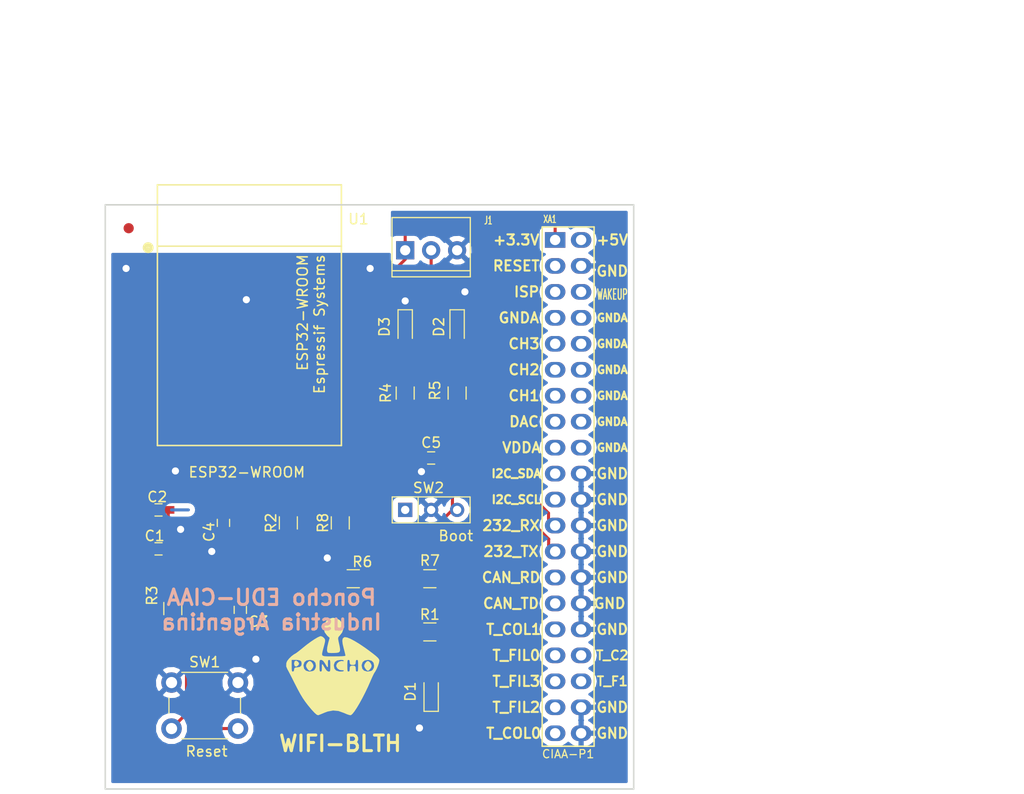
<source format=kicad_pcb>
(kicad_pcb (version 4) (host pcbnew 4.0.6)

  (general
    (links 52)
    (no_connects 0)
    (area 134.417999 75.489999 186.257001 132.790001)
    (thickness 1.6)
    (drawings 16)
    (tracks 204)
    (zones 0)
    (modules 25)
    (nets 73)
  )

  (page A4)
  (title_block
    (title "Poncho EDU-CIAA WIFI-BLUETOOTH")
    (rev 1.2)
    (company "Carrera de Especialización en Sistemas Embebidos")
    (comment 1 "Curso: Diseño de PCB")
    (comment 2 "Licencia BSD")
    (comment 3 "Revisor: Franklin Angulo")
    (comment 4 "Autor: Julio Gastón Coccé")
  )

  (layers
    (0 TOP signal)
    (31 BOTTOM signal)
    (32 B.Adhes user)
    (33 F.Adhes user)
    (34 B.Paste user)
    (35 F.Paste user)
    (36 B.SilkS user)
    (37 F.SilkS user)
    (38 B.Mask user)
    (39 F.Mask user)
    (40 Dwgs.User user)
    (44 Edge.Cuts user)
    (46 B.CrtYd user)
    (47 F.CrtYd user)
    (48 B.Fab user)
    (49 F.Fab user)
  )

  (setup
    (last_trace_width 0.3)
    (user_trace_width 0.25)
    (user_trace_width 0.3)
    (user_trace_width 0.8)
    (trace_clearance 0.3)
    (zone_clearance 0.508)
    (zone_45_only yes)
    (trace_min 0.3)
    (segment_width 0.2)
    (edge_width 0.15)
    (via_size 1.27)
    (via_drill 0.7)
    (via_min_size 0.7)
    (via_min_drill 0.4)
    (user_via 0.8 0.4)
    (user_via 1 0.5)
    (user_via 1.27 0.7)
    (uvia_size 0.3)
    (uvia_drill 0.1)
    (uvias_allowed no)
    (uvia_min_size 0.2)
    (uvia_min_drill 0.1)
    (pcb_text_width 0.3)
    (pcb_text_size 1.5 1.5)
    (mod_edge_width 0.15)
    (mod_text_size 1 1)
    (mod_text_width 0.15)
    (pad_size 1.524 1.524)
    (pad_drill 0.762)
    (pad_to_mask_clearance 0.2)
    (aux_axis_origin 0 0)
    (visible_elements 7FFFFFFF)
    (pcbplotparams
      (layerselection 0x00030_80000001)
      (usegerberextensions false)
      (excludeedgelayer true)
      (linewidth 0.100000)
      (plotframeref false)
      (viasonmask false)
      (mode 1)
      (useauxorigin false)
      (hpglpennumber 1)
      (hpglpenspeed 20)
      (hpglpendiameter 15)
      (hpglpenoverlay 2)
      (psnegative false)
      (psa4output false)
      (plotreference true)
      (plotvalue true)
      (plotinvisibletext false)
      (padsonsilk false)
      (subtractmaskfromsilk false)
      (outputformat 1)
      (mirror false)
      (drillshape 0)
      (scaleselection 1)
      (outputdirectory gerber/))
  )

  (net 0 "")
  (net 1 GND)
  (net 2 "Net-(C3-Pad1)")
  (net 3 "Net-(C4-Pad1)")
  (net 4 "Net-(C5-Pad2)")
  (net 5 "Net-(D1-Pad2)")
  (net 6 "Net-(D2-Pad2)")
  (net 7 "Net-(D3-Pad2)")
  (net 8 "Net-(J1-Pad1)")
  (net 9 "Net-(J1-Pad2)")
  (net 10 +3V3)
  (net 11 "Net-(SW2-Pad1)")
  (net 12 "Net-(U1-Pad37)")
  (net 13 "Net-(U1-Pad36)")
  (net 14 "Net-(U1-Pad33)")
  (net 15 "Net-(U1-Pad32)")
  (net 16 "Net-(U1-Pad31)")
  (net 17 "Net-(U1-Pad30)")
  (net 18 "Net-(U1-Pad29)")
  (net 19 "Net-(U1-Pad28)")
  (net 20 "Net-(U1-Pad27)")
  (net 21 "Net-(U1-Pad26)")
  (net 22 "Net-(U1-Pad23)")
  (net 23 "Net-(U1-Pad22)")
  (net 24 "Net-(U1-Pad21)")
  (net 25 "Net-(U1-Pad20)")
  (net 26 "Net-(U1-Pad19)")
  (net 27 "Net-(U1-Pad18)")
  (net 28 "Net-(U1-Pad17)")
  (net 29 "Net-(U1-Pad16)")
  (net 30 "Net-(U1-Pad14)")
  (net 31 "Net-(U1-Pad13)")
  (net 32 "Net-(U1-Pad12)")
  (net 33 "Net-(U1-Pad11)")
  (net 34 "Net-(U1-Pad10)")
  (net 35 "Net-(U1-Pad9)")
  (net 36 "Net-(U1-Pad8)")
  (net 37 "Net-(U1-Pad7)")
  (net 38 "Net-(U1-Pad6)")
  (net 39 "Net-(U1-Pad5)")
  (net 40 "Net-(U1-Pad4)")
  (net 41 "Net-(XA1-Pad2)")
  (net 42 "Net-(XA1-Pad11)")
  (net 43 "Net-(XA1-Pad13)")
  (net 44 "Net-(XA1-Pad6)")
  (net 45 "Net-(XA1-Pad15)")
  (net 46 "Net-(XA1-Pad8)")
  (net 47 "Net-(XA1-Pad17)")
  (net 48 "Net-(XA1-Pad10)")
  (net 49 "Net-(XA1-Pad19)")
  (net 50 "Net-(XA1-Pad12)")
  (net 51 "Net-(XA1-Pad21)")
  (net 52 "Net-(XA1-Pad14)")
  (net 53 "Net-(XA1-Pad16)")
  (net 54 "Net-(XA1-Pad18)")
  (net 55 "Net-(XA1-Pad27)")
  (net 56 "Net-(XA1-Pad29)")
  (net 57 "Net-(XA1-Pad31)")
  (net 58 "Net-(XA1-Pad33)")
  (net 59 "Net-(XA1-Pad34)")
  (net 60 "Net-(XA1-Pad36)")
  (net 61 "Net-(XA1-Pad35)")
  (net 62 "Net-(XA1-Pad37)")
  (net 63 "Net-(XA1-Pad3)")
  (net 64 "Net-(XA1-Pad5)")
  (net 65 "Net-(XA1-Pad7)")
  (net 66 "Net-(XA1-Pad9)")
  (net 67 "Net-(XA1-Pad39)")
  (net 68 "Net-(F1-Pad1)")
  (net 69 "Net-(F2-Pad1)")
  (net 70 "Net-(F3-Pad1)")
  (net 71 "Net-(R6-Pad2)")
  (net 72 "Net-(R8-Pad2)")

  (net_class Default "Esta es la clase de red por defecto."
    (clearance 0.3)
    (trace_width 0.3)
    (via_dia 1.27)
    (via_drill 0.7)
    (uvia_dia 0.3)
    (uvia_drill 0.1)
    (add_net +3V3)
    (add_net GND)
    (add_net "Net-(C3-Pad1)")
    (add_net "Net-(C4-Pad1)")
    (add_net "Net-(C5-Pad2)")
    (add_net "Net-(D1-Pad2)")
    (add_net "Net-(D2-Pad2)")
    (add_net "Net-(D3-Pad2)")
    (add_net "Net-(F1-Pad1)")
    (add_net "Net-(F2-Pad1)")
    (add_net "Net-(F3-Pad1)")
    (add_net "Net-(J1-Pad1)")
    (add_net "Net-(J1-Pad2)")
    (add_net "Net-(R6-Pad2)")
    (add_net "Net-(R8-Pad2)")
    (add_net "Net-(SW2-Pad1)")
    (add_net "Net-(U1-Pad10)")
    (add_net "Net-(U1-Pad11)")
    (add_net "Net-(U1-Pad12)")
    (add_net "Net-(U1-Pad13)")
    (add_net "Net-(U1-Pad14)")
    (add_net "Net-(U1-Pad16)")
    (add_net "Net-(U1-Pad17)")
    (add_net "Net-(U1-Pad18)")
    (add_net "Net-(U1-Pad19)")
    (add_net "Net-(U1-Pad20)")
    (add_net "Net-(U1-Pad21)")
    (add_net "Net-(U1-Pad22)")
    (add_net "Net-(U1-Pad23)")
    (add_net "Net-(U1-Pad26)")
    (add_net "Net-(U1-Pad27)")
    (add_net "Net-(U1-Pad28)")
    (add_net "Net-(U1-Pad29)")
    (add_net "Net-(U1-Pad30)")
    (add_net "Net-(U1-Pad31)")
    (add_net "Net-(U1-Pad32)")
    (add_net "Net-(U1-Pad33)")
    (add_net "Net-(U1-Pad36)")
    (add_net "Net-(U1-Pad37)")
    (add_net "Net-(U1-Pad4)")
    (add_net "Net-(U1-Pad5)")
    (add_net "Net-(U1-Pad6)")
    (add_net "Net-(U1-Pad7)")
    (add_net "Net-(U1-Pad8)")
    (add_net "Net-(U1-Pad9)")
    (add_net "Net-(XA1-Pad10)")
    (add_net "Net-(XA1-Pad11)")
    (add_net "Net-(XA1-Pad12)")
    (add_net "Net-(XA1-Pad13)")
    (add_net "Net-(XA1-Pad14)")
    (add_net "Net-(XA1-Pad15)")
    (add_net "Net-(XA1-Pad16)")
    (add_net "Net-(XA1-Pad17)")
    (add_net "Net-(XA1-Pad18)")
    (add_net "Net-(XA1-Pad19)")
    (add_net "Net-(XA1-Pad2)")
    (add_net "Net-(XA1-Pad21)")
    (add_net "Net-(XA1-Pad27)")
    (add_net "Net-(XA1-Pad29)")
    (add_net "Net-(XA1-Pad3)")
    (add_net "Net-(XA1-Pad31)")
    (add_net "Net-(XA1-Pad33)")
    (add_net "Net-(XA1-Pad34)")
    (add_net "Net-(XA1-Pad35)")
    (add_net "Net-(XA1-Pad36)")
    (add_net "Net-(XA1-Pad37)")
    (add_net "Net-(XA1-Pad39)")
    (add_net "Net-(XA1-Pad5)")
    (add_net "Net-(XA1-Pad6)")
    (add_net "Net-(XA1-Pad7)")
    (add_net "Net-(XA1-Pad8)")
    (add_net "Net-(XA1-Pad9)")
  )

  (module Capacitors_SMD:C_0603_HandSoldering (layer TOP) (tedit 598CD310) (tstamp 592D6200)
    (at 139.7 109.22 180)
    (descr "Capacitor SMD 0603, hand soldering")
    (tags "capacitor 0603")
    (path /591B3730)
    (attr smd)
    (fp_text reference C1 (at 0.381 1.27 180) (layer F.SilkS)
      (effects (font (size 1 1) (thickness 0.15)))
    )
    (fp_text value 0,1uF (at -0.127 -1.524 180) (layer F.Fab)
      (effects (font (size 1 1) (thickness 0.15)))
    )
    (fp_text user %R (at 0.381 1.27 180) (layer F.Fab)
      (effects (font (size 1 1) (thickness 0.15)))
    )
    (fp_line (start -0.8 0.4) (end -0.8 -0.4) (layer F.Fab) (width 0.1))
    (fp_line (start 0.8 0.4) (end -0.8 0.4) (layer F.Fab) (width 0.1))
    (fp_line (start 0.8 -0.4) (end 0.8 0.4) (layer F.Fab) (width 0.1))
    (fp_line (start -0.8 -0.4) (end 0.8 -0.4) (layer F.Fab) (width 0.1))
    (fp_line (start -0.35 -0.6) (end 0.35 -0.6) (layer F.SilkS) (width 0.12))
    (fp_line (start 0.35 0.6) (end -0.35 0.6) (layer F.SilkS) (width 0.12))
    (fp_line (start -1.8 -0.65) (end 1.8 -0.65) (layer F.CrtYd) (width 0.05))
    (fp_line (start -1.8 -0.65) (end -1.8 0.65) (layer F.CrtYd) (width 0.05))
    (fp_line (start 1.8 0.65) (end 1.8 -0.65) (layer F.CrtYd) (width 0.05))
    (fp_line (start 1.8 0.65) (end -1.8 0.65) (layer F.CrtYd) (width 0.05))
    (pad 1 smd rect (at -0.95 0 180) (size 1.2 0.75) (layers TOP F.Paste F.Mask)
      (net 1 GND))
    (pad 2 smd rect (at 0.95 0 180) (size 1.2 0.75) (layers TOP F.Paste F.Mask)
      (net 10 +3V3))
    (model ${KIPRJMOD}/PonchoEDUCIAA_WIFI_BLTH.3dshapes/C_0603.wrl
      (at (xyz 0 0 0))
      (scale (xyz 1 1 1))
      (rotate (xyz 0 0 0))
    )
  )

  (module Capacitors_SMD:C_0603_HandSoldering (layer TOP) (tedit 598CD177) (tstamp 592D6206)
    (at 139.7 105.41 180)
    (descr "Capacitor SMD 0603, hand soldering")
    (tags "capacitor 0603")
    (path /591B36A3)
    (attr smd)
    (fp_text reference C2 (at 0.127 1.27 180) (layer F.SilkS)
      (effects (font (size 1 1) (thickness 0.15)))
    )
    (fp_text value 10uF (at 1.016 -1.397 180) (layer F.Fab)
      (effects (font (size 1 1) (thickness 0.15)))
    )
    (fp_text user %R (at 0.127 1.27 180) (layer F.Fab)
      (effects (font (size 1 1) (thickness 0.15)))
    )
    (fp_line (start -0.8 0.4) (end -0.8 -0.4) (layer F.Fab) (width 0.1))
    (fp_line (start 0.8 0.4) (end -0.8 0.4) (layer F.Fab) (width 0.1))
    (fp_line (start 0.8 -0.4) (end 0.8 0.4) (layer F.Fab) (width 0.1))
    (fp_line (start -0.8 -0.4) (end 0.8 -0.4) (layer F.Fab) (width 0.1))
    (fp_line (start -0.35 -0.6) (end 0.35 -0.6) (layer F.SilkS) (width 0.12))
    (fp_line (start 0.35 0.6) (end -0.35 0.6) (layer F.SilkS) (width 0.12))
    (fp_line (start -1.8 -0.65) (end 1.8 -0.65) (layer F.CrtYd) (width 0.05))
    (fp_line (start -1.8 -0.65) (end -1.8 0.65) (layer F.CrtYd) (width 0.05))
    (fp_line (start 1.8 0.65) (end 1.8 -0.65) (layer F.CrtYd) (width 0.05))
    (fp_line (start 1.8 0.65) (end -1.8 0.65) (layer F.CrtYd) (width 0.05))
    (pad 1 smd rect (at -0.95 0 180) (size 1.2 0.75) (layers TOP F.Paste F.Mask)
      (net 1 GND))
    (pad 2 smd rect (at 0.95 0 180) (size 1.2 0.75) (layers TOP F.Paste F.Mask)
      (net 10 +3V3))
    (model ${KIPRJMOD}/PonchoEDUCIAA_WIFI_BLTH.3dshapes/C_0603.wrl
      (at (xyz 0 0 0))
      (scale (xyz 1 1 1))
      (rotate (xyz 0 0 0))
    )
  )

  (module Capacitors_SMD:C_0603_HandSoldering (layer TOP) (tedit 598CBD87) (tstamp 592D620C)
    (at 147.701 115.189 270)
    (descr "Capacitor SMD 0603, hand soldering")
    (tags "capacitor 0603")
    (path /591B3654)
    (attr smd)
    (fp_text reference C3 (at 1.143 -1.778 360) (layer F.SilkS)
      (effects (font (size 1 1) (thickness 0.15)))
    )
    (fp_text value 1nF (at -1.27 -2.159 360) (layer F.Fab)
      (effects (font (size 1 1) (thickness 0.15)))
    )
    (fp_text user %R (at 1.143 -1.778 360) (layer F.Fab)
      (effects (font (size 1 1) (thickness 0.15)))
    )
    (fp_line (start -0.8 0.4) (end -0.8 -0.4) (layer F.Fab) (width 0.1))
    (fp_line (start 0.8 0.4) (end -0.8 0.4) (layer F.Fab) (width 0.1))
    (fp_line (start 0.8 -0.4) (end 0.8 0.4) (layer F.Fab) (width 0.1))
    (fp_line (start -0.8 -0.4) (end 0.8 -0.4) (layer F.Fab) (width 0.1))
    (fp_line (start -0.35 -0.6) (end 0.35 -0.6) (layer F.SilkS) (width 0.12))
    (fp_line (start 0.35 0.6) (end -0.35 0.6) (layer F.SilkS) (width 0.12))
    (fp_line (start -1.8 -0.65) (end 1.8 -0.65) (layer F.CrtYd) (width 0.05))
    (fp_line (start -1.8 -0.65) (end -1.8 0.65) (layer F.CrtYd) (width 0.05))
    (fp_line (start 1.8 0.65) (end 1.8 -0.65) (layer F.CrtYd) (width 0.05))
    (fp_line (start 1.8 0.65) (end -1.8 0.65) (layer F.CrtYd) (width 0.05))
    (pad 1 smd rect (at -0.95 0 270) (size 1.2 0.75) (layers TOP F.Paste F.Mask)
      (net 2 "Net-(C3-Pad1)"))
    (pad 2 smd rect (at 0.95 0 270) (size 1.2 0.75) (layers TOP F.Paste F.Mask)
      (net 1 GND))
    (model ${KIPRJMOD}/PonchoEDUCIAA_WIFI_BLTH.3dshapes/C_0603.wrl
      (at (xyz 0 0 0))
      (scale (xyz 1 1 1))
      (rotate (xyz 0 0 0))
    )
  )

  (module Capacitors_SMD:C_0603_HandSoldering (layer TOP) (tedit 598CD4E1) (tstamp 592D6212)
    (at 146.05 106.68 270)
    (descr "Capacitor SMD 0603, hand soldering")
    (tags "capacitor 0603")
    (path /591B3D46)
    (attr smd)
    (fp_text reference C4 (at 0.889 1.397 270) (layer F.SilkS)
      (effects (font (size 1 1) (thickness 0.15)))
    )
    (fp_text value 0,1nF (at 1.27 -1.651 450) (layer F.Fab)
      (effects (font (size 1 1) (thickness 0.15)))
    )
    (fp_text user %R (at 0.889 1.397 270) (layer F.Fab)
      (effects (font (size 1 1) (thickness 0.15)))
    )
    (fp_line (start -0.8 0.4) (end -0.8 -0.4) (layer F.Fab) (width 0.1))
    (fp_line (start 0.8 0.4) (end -0.8 0.4) (layer F.Fab) (width 0.1))
    (fp_line (start 0.8 -0.4) (end 0.8 0.4) (layer F.Fab) (width 0.1))
    (fp_line (start -0.8 -0.4) (end 0.8 -0.4) (layer F.Fab) (width 0.1))
    (fp_line (start -0.35 -0.6) (end 0.35 -0.6) (layer F.SilkS) (width 0.12))
    (fp_line (start 0.35 0.6) (end -0.35 0.6) (layer F.SilkS) (width 0.12))
    (fp_line (start -1.8 -0.65) (end 1.8 -0.65) (layer F.CrtYd) (width 0.05))
    (fp_line (start -1.8 -0.65) (end -1.8 0.65) (layer F.CrtYd) (width 0.05))
    (fp_line (start 1.8 0.65) (end 1.8 -0.65) (layer F.CrtYd) (width 0.05))
    (fp_line (start 1.8 0.65) (end -1.8 0.65) (layer F.CrtYd) (width 0.05))
    (pad 1 smd rect (at -0.95 0 270) (size 1.2 0.75) (layers TOP F.Paste F.Mask)
      (net 3 "Net-(C4-Pad1)"))
    (pad 2 smd rect (at 0.95 0 270) (size 1.2 0.75) (layers TOP F.Paste F.Mask)
      (net 1 GND))
    (model ${KIPRJMOD}/PonchoEDUCIAA_WIFI_BLTH.3dshapes/C_0603.wrl
      (at (xyz 0 0 0))
      (scale (xyz 1 1 1))
      (rotate (xyz 0 0 0))
    )
  )

  (module Capacitors_SMD:C_0603_HandSoldering (layer TOP) (tedit 598CBE50) (tstamp 592D6218)
    (at 166.37 100.33)
    (descr "Capacitor SMD 0603, hand soldering")
    (tags "capacitor 0603")
    (path /591BA60B)
    (attr smd)
    (fp_text reference C5 (at 0 -1.5) (layer F.SilkS)
      (effects (font (size 1 1) (thickness 0.15)))
    )
    (fp_text value 1nF (at -3.429 0) (layer F.Fab)
      (effects (font (size 1 1) (thickness 0.15)))
    )
    (fp_text user %R (at 0 -1.5) (layer F.Fab)
      (effects (font (size 1 1) (thickness 0.15)))
    )
    (fp_line (start -0.8 0.4) (end -0.8 -0.4) (layer F.Fab) (width 0.1))
    (fp_line (start 0.8 0.4) (end -0.8 0.4) (layer F.Fab) (width 0.1))
    (fp_line (start 0.8 -0.4) (end 0.8 0.4) (layer F.Fab) (width 0.1))
    (fp_line (start -0.8 -0.4) (end 0.8 -0.4) (layer F.Fab) (width 0.1))
    (fp_line (start -0.35 -0.6) (end 0.35 -0.6) (layer F.SilkS) (width 0.12))
    (fp_line (start 0.35 0.6) (end -0.35 0.6) (layer F.SilkS) (width 0.12))
    (fp_line (start -1.8 -0.65) (end 1.8 -0.65) (layer F.CrtYd) (width 0.05))
    (fp_line (start -1.8 -0.65) (end -1.8 0.65) (layer F.CrtYd) (width 0.05))
    (fp_line (start 1.8 0.65) (end 1.8 -0.65) (layer F.CrtYd) (width 0.05))
    (fp_line (start 1.8 0.65) (end -1.8 0.65) (layer F.CrtYd) (width 0.05))
    (pad 1 smd rect (at -0.95 0) (size 1.2 0.75) (layers TOP F.Paste F.Mask)
      (net 1 GND))
    (pad 2 smd rect (at 0.95 0) (size 1.2 0.75) (layers TOP F.Paste F.Mask)
      (net 4 "Net-(C5-Pad2)"))
    (model ${KIPRJMOD}/PonchoEDUCIAA_WIFI_BLTH.3dshapes/C_0603.wrl
      (at (xyz 0 0 0))
      (scale (xyz 1 1 1))
      (rotate (xyz 0 0 0))
    )
  )

  (module PonchoEDUCIAA_WIFI_BLTH:CON_PALETA_3 (layer TOP) (tedit 598CC144) (tstamp 592D6236)
    (at 166.37 80.01)
    (path /591B2551)
    (fp_text reference J1 (at 5.588 -2.921) (layer F.SilkS)
      (effects (font (size 0.762 0.4572) (thickness 0.127)))
    )
    (fp_text value UART (at 0.635 3.302) (layer F.Fab)
      (effects (font (size 0.762 0.4572) (thickness 0.127)))
    )
    (fp_line (start 3.83 -3.2) (end 3.83 2.6) (layer F.SilkS) (width 0.127))
    (fp_line (start -3.83 -3.2) (end 3.83 -3.2) (layer F.SilkS) (width 0.127))
    (fp_line (start -3.83 2.6) (end -3.83 -3.2) (layer F.SilkS) (width 0.127))
    (fp_line (start 3.83 2.6) (end -3.83 2.6) (layer F.SilkS) (width 0.127))
    (fp_line (start 3.83 2) (end -3.83 2) (layer F.SilkS) (width 0.127))
    (pad 1 thru_hole rect (at -2.54 0) (size 1.778 1.778) (drill 1) (layers *.Cu *.Mask)
      (net 8 "Net-(J1-Pad1)"))
    (pad 2 thru_hole circle (at 0 0) (size 1.778 1.778) (drill 1) (layers *.Cu *.Mask)
      (net 9 "Net-(J1-Pad2)"))
    (pad 3 thru_hole circle (at 2.54 0) (size 1.778 1.778) (drill 1) (layers *.Cu *.Mask)
      (net 1 GND))
    (model ${KIPRJMOD}/PonchoEDUCIAA_WIFI_BLTH.3dshapes/CON_PALETA_3.wrl
      (at (xyz 0 0.012 0))
      (scale (xyz 0.395 0.395 0.395))
      (rotate (xyz 0 0 180))
    )
  )

  (module Buttons_Switches_THT:SW_PUSH_6mm (layer TOP) (tedit 598CD707) (tstamp 592D626E)
    (at 140.97 122.301)
    (descr https://www.omron.com/ecb/products/pdf/en-b3f.pdf)
    (tags "tact sw push 6mm")
    (path /591BAB0F)
    (fp_text reference SW1 (at 3.25 -2) (layer F.SilkS)
      (effects (font (size 1 1) (thickness 0.15)))
    )
    (fp_text value Reset (at 3.429 6.731) (layer F.Fab)
      (effects (font (size 1 1) (thickness 0.15)))
    )
    (fp_line (start 3.25 -0.75) (end 6.25 -0.75) (layer F.Fab) (width 0.1))
    (fp_line (start 6.25 -0.75) (end 6.25 5.25) (layer F.Fab) (width 0.1))
    (fp_line (start 6.25 5.25) (end 0.25 5.25) (layer F.Fab) (width 0.1))
    (fp_line (start 0.25 5.25) (end 0.25 -0.75) (layer F.Fab) (width 0.1))
    (fp_line (start 0.25 -0.75) (end 3.25 -0.75) (layer F.Fab) (width 0.1))
    (fp_line (start 7.75 6) (end 8 6) (layer F.CrtYd) (width 0.05))
    (fp_line (start 8 6) (end 8 5.75) (layer F.CrtYd) (width 0.05))
    (fp_line (start 7.75 -1.5) (end 8 -1.5) (layer F.CrtYd) (width 0.05))
    (fp_line (start 8 -1.5) (end 8 -1.25) (layer F.CrtYd) (width 0.05))
    (fp_line (start -1.5 -1.25) (end -1.5 -1.5) (layer F.CrtYd) (width 0.05))
    (fp_line (start -1.5 -1.5) (end -1.25 -1.5) (layer F.CrtYd) (width 0.05))
    (fp_line (start -1.5 5.75) (end -1.5 6) (layer F.CrtYd) (width 0.05))
    (fp_line (start -1.5 6) (end -1.25 6) (layer F.CrtYd) (width 0.05))
    (fp_line (start -1.25 -1.5) (end 7.75 -1.5) (layer F.CrtYd) (width 0.05))
    (fp_line (start -1.5 5.75) (end -1.5 -1.25) (layer F.CrtYd) (width 0.05))
    (fp_line (start 7.75 6) (end -1.25 6) (layer F.CrtYd) (width 0.05))
    (fp_line (start 8 -1.25) (end 8 5.75) (layer F.CrtYd) (width 0.05))
    (fp_line (start 1 5.5) (end 5.5 5.5) (layer F.SilkS) (width 0.12))
    (fp_line (start -0.25 1.5) (end -0.25 3) (layer F.SilkS) (width 0.12))
    (fp_line (start 5.5 -1) (end 1 -1) (layer F.SilkS) (width 0.12))
    (fp_line (start 6.75 3) (end 6.75 1.5) (layer F.SilkS) (width 0.12))
    (fp_circle (center 3.25 2.25) (end 1.25 2.5) (layer F.Fab) (width 0.1))
    (pad 2 thru_hole circle (at 0 4.5 90) (size 2 2) (drill 1.1) (layers *.Cu *.Mask)
      (net 2 "Net-(C3-Pad1)"))
    (pad 1 thru_hole circle (at 0 0 90) (size 2 2) (drill 1.1) (layers *.Cu *.Mask)
      (net 1 GND))
    (pad 2 thru_hole circle (at 6.5 4.5 90) (size 2 2) (drill 1.1) (layers *.Cu *.Mask)
      (net 2 "Net-(C3-Pad1)"))
    (pad 1 thru_hole circle (at 6.5 0 90) (size 2 2) (drill 1.1) (layers *.Cu *.Mask)
      (net 1 GND))
    (model ${KIPRJMOD}/PonchoEDUCIAA_WIFI_BLTH.3dshapes/SW_PUSH_6mm.wrl
      (at (xyz 0.005 0 0))
      (scale (xyz 0.3937 0.3937 0.3937))
      (rotate (xyz 0 0 0))
    )
  )

  (module Buttons_Switches_THT:SW_Micro_SPST (layer TOP) (tedit 598CD717) (tstamp 592D6275)
    (at 166.37 105.41)
    (tags "Switch Micro SPST")
    (path /591BBB9C)
    (fp_text reference SW2 (at -0.254 -2.159) (layer F.SilkS)
      (effects (font (size 1 1) (thickness 0.15)))
    )
    (fp_text value Boot (at 2.413 2.54) (layer F.Fab)
      (effects (font (size 1 1) (thickness 0.15)))
    )
    (fp_line (start -3.81 1.27) (end -3.81 -1.27) (layer F.SilkS) (width 0.12))
    (fp_line (start -3.81 -1.27) (end 3.81 -1.27) (layer F.SilkS) (width 0.12))
    (fp_line (start 3.81 -1.27) (end 3.81 1.27) (layer F.SilkS) (width 0.12))
    (fp_line (start 3.81 1.27) (end -3.81 1.27) (layer F.SilkS) (width 0.12))
    (fp_line (start -1.27 -1.27) (end -1.27 1.27) (layer F.SilkS) (width 0.12))
    (pad 1 thru_hole rect (at -2.54 0) (size 1.397 1.397) (drill 0.8128) (layers *.Cu *.Mask)
      (net 11 "Net-(SW2-Pad1)"))
    (pad 2 thru_hole circle (at 0 0) (size 1.397 1.397) (drill 0.8128) (layers *.Cu *.Mask)
      (net 1 GND))
    (pad 3 thru_hole circle (at 2.54 0) (size 1.397 1.397) (drill 0.8128) (layers *.Cu *.Mask)
      (net 4 "Net-(C5-Pad2)"))
    (model ${KIPRJMOD}/PonchoEDUCIAA_WIFI_BLTH.3dshapes/SW_Micro_SPST.wrl
      (at (xyz 0 0 0))
      (scale (xyz 0.33 0.33 0.33))
      (rotate (xyz 0 0 0))
    )
  )

  (module PonchoEDUCIAA_WIFI_BLTH:ESP32-WROOM (layer TOP) (tedit 598CBD01) (tstamp 592D62A8)
    (at 148.59 86.36 180)
    (path /5911A5F3)
    (fp_text reference U1 (at -10.668 9.398 180) (layer F.SilkS)
      (effects (font (size 1 1) (thickness 0.15)))
    )
    (fp_text value ESP32-WROOM (at 0.254 -15.367 180) (layer F.Fab)
      (effects (font (size 1 1) (thickness 0.15)))
    )
    (fp_text user "Espressif Systems" (at -6.858 -0.889 270) (layer F.SilkS)
      (effects (font (size 1 1) (thickness 0.15)))
    )
    (fp_circle (center 9.906 6.604) (end 10.033 6.858) (layer F.SilkS) (width 0.5))
    (fp_text user ESP32-WROOM (at -5.207 0.254 270) (layer F.SilkS)
      (effects (font (size 1 1) (thickness 0.15)))
    )
    (fp_line (start -9 6.75) (end 9 6.75) (layer F.SilkS) (width 0.15))
    (fp_line (start 9 12.75) (end 9 -12.75) (layer F.SilkS) (width 0.15))
    (fp_line (start -9 12.75) (end -9 -12.75) (layer F.SilkS) (width 0.15))
    (fp_line (start -9 -12.75) (end 9 -12.75) (layer F.SilkS) (width 0.15))
    (fp_line (start -9 12.75) (end 9 12.75) (layer F.SilkS) (width 0.15))
    (pad 38 smd oval (at -9 5.25 180) (size 2.5 0.9) (layers TOP F.Paste F.Mask)
      (net 1 GND))
    (pad 37 smd oval (at -9 3.98 180) (size 2.5 0.9) (layers TOP F.Paste F.Mask)
      (net 12 "Net-(U1-Pad37)"))
    (pad 36 smd oval (at -9 2.71 180) (size 2.5 0.9) (layers TOP F.Paste F.Mask)
      (net 13 "Net-(U1-Pad36)"))
    (pad 35 smd oval (at -9 1.44 180) (size 2.5 0.9) (layers TOP F.Paste F.Mask)
      (net 8 "Net-(J1-Pad1)"))
    (pad 34 smd oval (at -9 0.17 180) (size 2.5 0.9) (layers TOP F.Paste F.Mask)
      (net 9 "Net-(J1-Pad2)"))
    (pad 33 smd oval (at -9 -1.1 180) (size 2.5 0.9) (layers TOP F.Paste F.Mask)
      (net 14 "Net-(U1-Pad33)"))
    (pad 32 smd oval (at -9 -2.37 180) (size 2.5 0.9) (layers TOP F.Paste F.Mask)
      (net 15 "Net-(U1-Pad32)"))
    (pad 31 smd oval (at -9 -3.64 180) (size 2.5 0.9) (layers TOP F.Paste F.Mask)
      (net 16 "Net-(U1-Pad31)"))
    (pad 30 smd oval (at -9 -4.91 180) (size 2.5 0.9) (layers TOP F.Paste F.Mask)
      (net 17 "Net-(U1-Pad30)"))
    (pad 29 smd oval (at -9 -6.18 180) (size 2.5 0.9) (layers TOP F.Paste F.Mask)
      (net 18 "Net-(U1-Pad29)"))
    (pad 28 smd oval (at -9 -7.45 180) (size 2.5 0.9) (layers TOP F.Paste F.Mask)
      (net 19 "Net-(U1-Pad28)"))
    (pad 27 smd oval (at -9 -8.72 180) (size 2.5 0.9) (layers TOP F.Paste F.Mask)
      (net 20 "Net-(U1-Pad27)"))
    (pad 26 smd oval (at -9 -9.99 180) (size 2.5 0.9) (layers TOP F.Paste F.Mask)
      (net 21 "Net-(U1-Pad26)"))
    (pad 25 smd oval (at -9 -11.26 180) (size 2.5 0.9) (layers TOP F.Paste F.Mask)
      (net 71 "Net-(R6-Pad2)"))
    (pad 24 smd oval (at -5.715 -12.75 180) (size 0.9 2.5) (layers TOP F.Paste F.Mask)
      (net 72 "Net-(R8-Pad2)"))
    (pad 23 smd oval (at -4.445 -12.75 180) (size 0.9 2.5) (layers TOP F.Paste F.Mask)
      (net 22 "Net-(U1-Pad23)"))
    (pad 22 smd oval (at -3.175 -12.75 180) (size 0.9 2.5) (layers TOP F.Paste F.Mask)
      (net 23 "Net-(U1-Pad22)"))
    (pad 21 smd oval (at -1.905 -12.75 180) (size 0.9 2.5) (layers TOP F.Paste F.Mask)
      (net 24 "Net-(U1-Pad21)"))
    (pad 20 smd oval (at -0.635 -12.75 180) (size 0.9 2.5) (layers TOP F.Paste F.Mask)
      (net 25 "Net-(U1-Pad20)"))
    (pad 19 smd oval (at 0.635 -12.75 180) (size 0.9 2.5) (layers TOP F.Paste F.Mask)
      (net 26 "Net-(U1-Pad19)"))
    (pad 18 smd oval (at 1.905 -12.75 180) (size 0.9 2.5) (layers TOP F.Paste F.Mask)
      (net 27 "Net-(U1-Pad18)"))
    (pad 17 smd oval (at 3.175 -12.75 180) (size 0.9 2.5) (layers TOP F.Paste F.Mask)
      (net 28 "Net-(U1-Pad17)"))
    (pad 16 smd oval (at 4.445 -12.75 180) (size 0.9 2.5) (layers TOP F.Paste F.Mask)
      (net 29 "Net-(U1-Pad16)"))
    (pad 15 smd oval (at 5.715 -12.75 180) (size 0.9 2.5) (layers TOP F.Paste F.Mask)
      (net 1 GND))
    (pad 14 smd oval (at 9 -11.26 180) (size 2.5 0.9) (layers TOP F.Paste F.Mask)
      (net 30 "Net-(U1-Pad14)"))
    (pad 13 smd oval (at 9 -9.99 180) (size 2.5 0.9) (layers TOP F.Paste F.Mask)
      (net 31 "Net-(U1-Pad13)"))
    (pad 12 smd oval (at 9 -8.72 180) (size 2.5 0.9) (layers TOP F.Paste F.Mask)
      (net 32 "Net-(U1-Pad12)"))
    (pad 11 smd oval (at 9 -7.45 180) (size 2.5 0.9) (layers TOP F.Paste F.Mask)
      (net 33 "Net-(U1-Pad11)"))
    (pad 10 smd oval (at 9 -6.18 180) (size 2.5 0.9) (layers TOP F.Paste F.Mask)
      (net 34 "Net-(U1-Pad10)"))
    (pad 9 smd oval (at 9 -4.91 180) (size 2.5 0.9) (layers TOP F.Paste F.Mask)
      (net 35 "Net-(U1-Pad9)"))
    (pad 8 smd oval (at 9 -3.64 180) (size 2.5 0.9) (layers TOP F.Paste F.Mask)
      (net 36 "Net-(U1-Pad8)"))
    (pad 7 smd oval (at 9 -2.37 180) (size 2.5 0.9) (layers TOP F.Paste F.Mask)
      (net 37 "Net-(U1-Pad7)"))
    (pad 6 smd oval (at 9 -1.1 180) (size 2.5 0.9) (layers TOP F.Paste F.Mask)
      (net 38 "Net-(U1-Pad6)"))
    (pad 5 smd oval (at 9 0.17 180) (size 2.5 0.9) (layers TOP F.Paste F.Mask)
      (net 39 "Net-(U1-Pad5)"))
    (pad 4 smd oval (at 9 1.44 180) (size 2.5 0.9) (layers TOP F.Paste F.Mask)
      (net 40 "Net-(U1-Pad4)"))
    (pad 3 smd oval (at 9 2.71 180) (size 2.5 0.9) (layers TOP F.Paste F.Mask)
      (net 3 "Net-(C4-Pad1)"))
    (pad 2 smd oval (at 9 3.98 180) (size 2.5 0.9) (layers TOP F.Paste F.Mask)
      (net 10 +3V3))
    (pad 1 smd oval (at 9 5.25 180) (size 2.5 0.9) (layers TOP F.Paste F.Mask)
      (net 1 GND))
    (pad 39 smd rect (at 0.3 -2.45 180) (size 6 6) (layers TOP F.Paste F.Mask)
      (net 1 GND))
    (model ${KIPRJMOD}/PonchoEDUCIAA_WIFI_BLTH.3dshapes/KiCAD-ESP-WROOM-32.wrl
      (at (xyz 0 0 0))
      (scale (xyz 1 1 1))
      (rotate (xyz 0 0 0))
    )
  )

  (module PonchoEDUCIAA_WIFI_BLTH:Conn_Poncho_Derecha (layer TOP) (tedit 598A60F4) (tstamp 592D6301)
    (at 178.5 79)
    (tags "CONN Poncho")
    (path /5911AAD2)
    (fp_text reference XA1 (at -0.508 -2.032) (layer F.SilkS)
      (effects (font (size 0.7112 0.4572) (thickness 0.1143)))
    )
    (fp_text value Conn_Poncho2P_2x_20x2 (at 1.078 51.556) (layer F.SilkS) hide
      (effects (font (size 0.7112 0.4572) (thickness 0.1143)))
    )
    (fp_text user GND (at 5.588 48.26) (layer F.SilkS)
      (effects (font (size 1 1) (thickness 0.2)))
    )
    (fp_text user GND (at 5.588 45.72) (layer F.SilkS)
      (effects (font (size 1 1) (thickness 0.2)))
    )
    (fp_text user T_F1 (at 5.588 43.18) (layer F.SilkS)
      (effects (font (size 0.9 0.9) (thickness 0.18)))
    )
    (fp_text user T_C2 (at 5.588 40.64) (layer F.SilkS)
      (effects (font (size 0.9 0.9) (thickness 0.18)))
    )
    (fp_text user GND (at 5.588 38.1) (layer F.SilkS)
      (effects (font (size 1 1) (thickness 0.2)))
    )
    (fp_text user GND (at 5.334 35.56) (layer F.SilkS)
      (effects (font (size 1 1) (thickness 0.2)))
    )
    (fp_text user GND (at 5.588 33.02) (layer F.SilkS)
      (effects (font (size 1 1) (thickness 0.2)))
    )
    (fp_text user GND (at 5.588 30.48) (layer F.SilkS)
      (effects (font (size 1 1) (thickness 0.2)))
    )
    (fp_text user GND (at 5.588 27.94) (layer F.SilkS)
      (effects (font (size 1 1) (thickness 0.2)))
    )
    (fp_text user GND (at 5.588 25.4) (layer F.SilkS)
      (effects (font (size 1 1) (thickness 0.2)))
    )
    (fp_text user GND (at 5.588 22.86) (layer F.SilkS)
      (effects (font (size 1 1) (thickness 0.2)))
    )
    (fp_text user GNDA (at 5.588 20.32) (layer F.SilkS)
      (effects (font (size 0.76 0.76) (thickness 0.19)))
    )
    (fp_text user GNDA (at 5.588 17.78) (layer F.SilkS)
      (effects (font (size 0.76 0.76) (thickness 0.19)))
    )
    (fp_text user GNDA (at 5.588 15.24) (layer F.SilkS)
      (effects (font (size 0.76 0.76) (thickness 0.19)))
    )
    (fp_text user GNDA (at 5.588 12.7) (layer F.SilkS)
      (effects (font (size 0.76 0.76) (thickness 0.19)))
    )
    (fp_text user GNDA (at 5.588 10.16) (layer F.SilkS)
      (effects (font (size 0.76 0.76) (thickness 0.19)))
    )
    (fp_text user GNDA (at 5.588 7.62) (layer F.SilkS)
      (effects (font (size 0.76 0.76) (thickness 0.19)))
    )
    (fp_text user WAKEUP (at 5.588 5.334) (layer F.SilkS)
      (effects (font (size 1 0.5) (thickness 0.125)))
    )
    (fp_text user GND (at 5.588 3.048) (layer F.SilkS)
      (effects (font (size 1 1) (thickness 0.2)))
    )
    (fp_text user +5V (at 5.588 0) (layer F.SilkS)
      (effects (font (size 1 1) (thickness 0.2)))
    )
    (fp_text user T_COL0 (at -4.064 48.26) (layer F.SilkS)
      (effects (font (size 1 1) (thickness 0.2)))
    )
    (fp_text user T_FIL2 (at -3.81 45.72) (layer F.SilkS)
      (effects (font (size 1 1) (thickness 0.2)))
    )
    (fp_text user T_FIL3 (at -3.81 43.18) (layer F.SilkS)
      (effects (font (size 1 1) (thickness 0.2)))
    )
    (fp_text user T_FIL0 (at -3.81 40.64) (layer F.SilkS)
      (effects (font (size 1 1) (thickness 0.2)))
    )
    (fp_text user T_COL1 (at -4.064 38.1) (layer F.SilkS)
      (effects (font (size 1 1) (thickness 0.2)))
    )
    (fp_text user CAN_TD (at -4.318 35.56) (layer F.SilkS)
      (effects (font (size 1 1) (thickness 0.2)))
    )
    (fp_text user CAN_RD (at -4.318 33.02) (layer F.SilkS)
      (effects (font (size 1 1) (thickness 0.2)))
    )
    (fp_text user 232_TX (at -4.318 30.48) (layer F.SilkS)
      (effects (font (size 1 1) (thickness 0.2)))
    )
    (fp_text user 232_RX (at -4.318 27.94) (layer F.SilkS)
      (effects (font (size 1 1) (thickness 0.2)))
    )
    (fp_text user I2C_SCL (at -3.81 25.4) (layer F.SilkS)
      (effects (font (size 0.8 0.8) (thickness 0.2)))
    )
    (fp_text user I2C_SDA (at -3.81 22.86) (layer F.SilkS)
      (effects (font (size 0.8 0.8) (thickness 0.2)))
    )
    (fp_text user VDDA (at -3.302 20.32) (layer F.SilkS)
      (effects (font (size 1 1) (thickness 0.2)))
    )
    (fp_text user DAC (at -3.048 17.78) (layer F.SilkS)
      (effects (font (size 1 1) (thickness 0.2)))
    )
    (fp_text user CH1 (at -3.048 15.24) (layer F.SilkS)
      (effects (font (size 1 1) (thickness 0.2)))
    )
    (fp_text user CH2 (at -3.048 12.7) (layer F.SilkS)
      (effects (font (size 1 1) (thickness 0.2)))
    )
    (fp_text user CH3 (at -3.048 10.16) (layer F.SilkS)
      (effects (font (size 1 1) (thickness 0.2)))
    )
    (fp_text user GNDA (at -3.556 7.62) (layer F.SilkS)
      (effects (font (size 1 1) (thickness 0.2)))
    )
    (fp_text user ISP (at -2.794 5.08) (layer F.SilkS)
      (effects (font (size 1 1) (thickness 0.2)))
    )
    (fp_text user RESET (at -3.81 2.54) (layer F.SilkS)
      (effects (font (size 1 1) (thickness 0.2)))
    )
    (fp_text user CIAA-P1 (at 1.27 50.292) (layer F.SilkS)
      (effects (font (size 0.8 0.8) (thickness 0.12)))
    )
    (fp_text user +3.3V (at -3.81 0) (layer F.SilkS)
      (effects (font (size 1 1) (thickness 0.2)))
    )
    (fp_line (start -1.27 49.53) (end -1.27 -1.27) (layer F.SilkS) (width 0.15))
    (fp_line (start 3.81 49.53) (end 3.81 -1.27) (layer F.SilkS) (width 0.15))
    (fp_line (start 3.81 49.53) (end -1.27 49.53) (layer F.SilkS) (width 0.15))
    (fp_line (start 3.81 -1.27) (end -1.27 -1.27) (layer F.SilkS) (width 0.15))
    (pad 1 thru_hole rect (at 0 0 270) (size 1.524 2) (drill 1.016) (layers *.Cu *.Mask)
      (net 10 +3V3))
    (pad 2 thru_hole oval (at 2.54 0 270) (size 1.524 2) (drill 1.016) (layers *.Cu *.Mask)
      (net 41 "Net-(XA1-Pad2)"))
    (pad 11 thru_hole oval (at 0 12.7 270) (size 1.524 2) (drill 1.016) (layers *.Cu *.Mask)
      (net 42 "Net-(XA1-Pad11)"))
    (pad 4 thru_hole oval (at 2.54 2.54 270) (size 1.524 2) (drill 1.016) (layers *.Cu *.Mask)
      (net 1 GND))
    (pad 13 thru_hole oval (at 0 15.24 270) (size 1.524 2) (drill 1.016) (layers *.Cu *.Mask)
      (net 43 "Net-(XA1-Pad13)"))
    (pad 6 thru_hole oval (at 2.54 5.08 270) (size 1.524 2) (drill 1.016) (layers *.Cu *.Mask)
      (net 44 "Net-(XA1-Pad6)"))
    (pad 15 thru_hole oval (at 0 17.78 270) (size 1.524 2) (drill 1.016) (layers *.Cu *.Mask)
      (net 45 "Net-(XA1-Pad15)"))
    (pad 8 thru_hole oval (at 2.54 7.62 270) (size 1.524 2) (drill 1.016) (layers *.Cu *.Mask)
      (net 46 "Net-(XA1-Pad8)"))
    (pad 17 thru_hole oval (at 0 20.32 270) (size 1.524 2) (drill 1.016) (layers *.Cu *.Mask)
      (net 47 "Net-(XA1-Pad17)"))
    (pad 10 thru_hole oval (at 2.54 10.16 270) (size 1.524 2) (drill 1.016) (layers *.Cu *.Mask)
      (net 48 "Net-(XA1-Pad10)"))
    (pad 19 thru_hole oval (at 0 22.86 270) (size 1.524 2) (drill 1.016) (layers *.Cu *.Mask)
      (net 49 "Net-(XA1-Pad19)"))
    (pad 12 thru_hole oval (at 2.54 12.7 270) (size 1.524 2) (drill 1.016) (layers *.Cu *.Mask)
      (net 50 "Net-(XA1-Pad12)"))
    (pad 21 thru_hole oval (at 0 25.4 270) (size 1.524 2) (drill 1.016) (layers *.Cu *.Mask)
      (net 51 "Net-(XA1-Pad21)"))
    (pad 14 thru_hole oval (at 2.54 15.24 270) (size 1.524 2) (drill 1.016) (layers *.Cu *.Mask)
      (net 52 "Net-(XA1-Pad14)"))
    (pad 23 thru_hole oval (at 0 27.94 270) (size 1.524 2) (drill 1.016) (layers *.Cu *.Mask)
      (net 8 "Net-(J1-Pad1)"))
    (pad 16 thru_hole oval (at 2.54 17.78 270) (size 1.524 2) (drill 1.016) (layers *.Cu *.Mask)
      (net 53 "Net-(XA1-Pad16)"))
    (pad 25 thru_hole oval (at 0 30.48 270) (size 1.524 2) (drill 1.016) (layers *.Cu *.Mask)
      (net 9 "Net-(J1-Pad2)"))
    (pad 18 thru_hole oval (at 2.54 20.32 270) (size 1.524 2) (drill 1.016) (layers *.Cu *.Mask)
      (net 54 "Net-(XA1-Pad18)"))
    (pad 27 thru_hole oval (at 0 33.02 270) (size 1.524 2) (drill 1.016) (layers *.Cu *.Mask)
      (net 55 "Net-(XA1-Pad27)"))
    (pad 20 thru_hole oval (at 2.54 22.86 270) (size 1.524 2) (drill 1.016) (layers *.Cu *.Mask)
      (net 1 GND))
    (pad 29 thru_hole oval (at 0 35.56 270) (size 1.524 2) (drill 1.016) (layers *.Cu *.Mask)
      (net 56 "Net-(XA1-Pad29)"))
    (pad 22 thru_hole oval (at 2.54 25.4 270) (size 1.524 2) (drill 1.016) (layers *.Cu *.Mask)
      (net 1 GND))
    (pad 31 thru_hole oval (at 0 38.1 270) (size 1.524 2) (drill 1.016) (layers *.Cu *.Mask)
      (net 57 "Net-(XA1-Pad31)"))
    (pad 24 thru_hole oval (at 2.54 27.94 270) (size 1.524 2) (drill 1.016) (layers *.Cu *.Mask)
      (net 1 GND))
    (pad 26 thru_hole oval (at 2.54 30.48 270) (size 1.524 2) (drill 1.016) (layers *.Cu *.Mask)
      (net 1 GND))
    (pad 33 thru_hole oval (at 0 40.64 270) (size 1.524 2) (drill 1.016) (layers *.Cu *.Mask)
      (net 58 "Net-(XA1-Pad33)"))
    (pad 28 thru_hole oval (at 2.54 33.02 270) (size 1.524 2) (drill 1.016) (layers *.Cu *.Mask)
      (net 1 GND))
    (pad 32 thru_hole oval (at 2.54 38.1 270) (size 1.524 2) (drill 1.016) (layers *.Cu *.Mask)
      (net 1 GND))
    (pad 34 thru_hole oval (at 2.54 40.64 270) (size 1.524 2) (drill 1.016) (layers *.Cu *.Mask)
      (net 59 "Net-(XA1-Pad34)"))
    (pad 36 thru_hole oval (at 2.54 43.18 270) (size 1.524 2) (drill 1.016) (layers *.Cu *.Mask)
      (net 60 "Net-(XA1-Pad36)"))
    (pad 38 thru_hole oval (at 2.54 45.72 270) (size 1.524 2) (drill 1.016) (layers *.Cu *.Mask)
      (net 1 GND))
    (pad 35 thru_hole oval (at 0 43.18 270) (size 1.524 2) (drill 1.016) (layers *.Cu *.Mask)
      (net 61 "Net-(XA1-Pad35)"))
    (pad 37 thru_hole oval (at 0 45.72 270) (size 1.524 2) (drill 1.016) (layers *.Cu *.Mask)
      (net 62 "Net-(XA1-Pad37)"))
    (pad 3 thru_hole oval (at 0 2.54 270) (size 1.524 2) (drill 1.016) (layers *.Cu *.Mask)
      (net 63 "Net-(XA1-Pad3)"))
    (pad 5 thru_hole oval (at 0 5.08 270) (size 1.524 2) (drill 1.016) (layers *.Cu *.Mask)
      (net 64 "Net-(XA1-Pad5)"))
    (pad 7 thru_hole oval (at 0 7.62 270) (size 1.524 2) (drill 1.016) (layers *.Cu *.Mask)
      (net 65 "Net-(XA1-Pad7)"))
    (pad 9 thru_hole oval (at 0 10.16 270) (size 1.524 2) (drill 1.016) (layers *.Cu *.Mask)
      (net 66 "Net-(XA1-Pad9)"))
    (pad 39 thru_hole oval (at 0 48.26 270) (size 1.524 2) (drill 1.016) (layers *.Cu *.Mask)
      (net 67 "Net-(XA1-Pad39)"))
    (pad 40 thru_hole oval (at 2.54 48.26 270) (size 1.524 2) (drill 1.016) (layers *.Cu *.Mask)
      (net 1 GND))
    (pad 30 thru_hole oval (at 2.54 35.56 270) (size 1.524 2) (drill 1.016) (layers *.Cu *.Mask)
      (net 1 GND))
    (model ${KIPRJMOD}/PonchoEDUCIAA_WIFI_BLTH.3dshapes/pin_strip_20x2.wrl
      (at (xyz 0.05 -0.95 -0.063))
      (scale (xyz 1 1 1))
      (rotate (xyz 180 0 90))
    )
  )

  (module PonchoEDUCIAA_WIFI_BLTH:Fiducial_1mm (layer TOP) (tedit 573E1507) (tstamp 592DFD64)
    (at 136.779 130.429)
    (path /592DFF9B)
    (clearance 1.524)
    (fp_text reference F1 (at 0.02 -0.9) (layer F.SilkS) hide
      (effects (font (size 0.7112 0.4572) (thickness 0.1143)))
    )
    (fp_text value FIDUCIAL (at 0 0.99) (layer F.SilkS) hide
      (effects (font (size 0.254 0.254) (thickness 0.00254)))
    )
    (pad 1 smd circle (at 0 0) (size 1 1) (layers TOP F.Mask)
      (net 68 "Net-(F1-Pad1)") (solder_mask_margin 1.5))
  )

  (module PonchoEDUCIAA_WIFI_BLTH:Fiducial_1mm (layer TOP) (tedit 573E1507) (tstamp 592DFD69)
    (at 168.148 129.032)
    (path /592E0238)
    (clearance 1.524)
    (fp_text reference F2 (at 0.02 -0.9) (layer F.SilkS) hide
      (effects (font (size 0.7112 0.4572) (thickness 0.1143)))
    )
    (fp_text value FIDUCIAL (at 0 0.99) (layer F.SilkS) hide
      (effects (font (size 0.254 0.254) (thickness 0.00254)))
    )
    (pad 1 smd circle (at 0 0) (size 1 1) (layers TOP F.Mask)
      (net 69 "Net-(F2-Pad1)") (solder_mask_margin 1.5))
  )

  (module PonchoEDUCIAA_WIFI_BLTH:Fiducial_1mm (layer TOP) (tedit 573E1507) (tstamp 592E09E1)
    (at 136.779 77.851)
    (path /592E4AA5)
    (clearance 1.524)
    (fp_text reference F3 (at 0.02 -0.9) (layer F.SilkS) hide
      (effects (font (size 0.7112 0.4572) (thickness 0.1143)))
    )
    (fp_text value FIDUCIAL (at 0 0.99) (layer F.SilkS) hide
      (effects (font (size 0.254 0.254) (thickness 0.00254)))
    )
    (pad 1 smd circle (at 0 0) (size 1 1) (layers TOP F.Mask)
      (net 70 "Net-(F3-Pad1)") (solder_mask_margin 1.5))
  )

  (module Resistors_SMD:R_0805_HandSoldering (layer TOP) (tedit 58E0A804) (tstamp 5964D5FC)
    (at 166.243 117.348)
    (descr "Resistor SMD 0805, hand soldering")
    (tags "resistor 0805")
    (path /5915C673)
    (attr smd)
    (fp_text reference R1 (at 0 -1.7) (layer F.SilkS)
      (effects (font (size 1 1) (thickness 0.15)))
    )
    (fp_text value 402 (at 0 1.75) (layer F.Fab)
      (effects (font (size 1 1) (thickness 0.15)))
    )
    (fp_text user %R (at 0 0) (layer F.Fab)
      (effects (font (size 0.5 0.5) (thickness 0.075)))
    )
    (fp_line (start -1 0.62) (end -1 -0.62) (layer F.Fab) (width 0.1))
    (fp_line (start 1 0.62) (end -1 0.62) (layer F.Fab) (width 0.1))
    (fp_line (start 1 -0.62) (end 1 0.62) (layer F.Fab) (width 0.1))
    (fp_line (start -1 -0.62) (end 1 -0.62) (layer F.Fab) (width 0.1))
    (fp_line (start 0.6 0.88) (end -0.6 0.88) (layer F.SilkS) (width 0.12))
    (fp_line (start -0.6 -0.88) (end 0.6 -0.88) (layer F.SilkS) (width 0.12))
    (fp_line (start -2.35 -0.9) (end 2.35 -0.9) (layer F.CrtYd) (width 0.05))
    (fp_line (start -2.35 -0.9) (end -2.35 0.9) (layer F.CrtYd) (width 0.05))
    (fp_line (start 2.35 0.9) (end 2.35 -0.9) (layer F.CrtYd) (width 0.05))
    (fp_line (start 2.35 0.9) (end -2.35 0.9) (layer F.CrtYd) (width 0.05))
    (pad 1 smd rect (at -1.35 0) (size 1.5 1.3) (layers TOP F.Paste F.Mask)
      (net 5 "Net-(D1-Pad2)"))
    (pad 2 smd rect (at 1.35 0) (size 1.5 1.3) (layers TOP F.Paste F.Mask)
      (net 10 +3V3))
    (model ${KISYS3DMOD}/Resistors_SMD.3dshapes/R_0805.wrl
      (at (xyz 0 0 0))
      (scale (xyz 1 1 1))
      (rotate (xyz 0 0 0))
    )
  )

  (module Resistors_SMD:R_0805_HandSoldering (layer TOP) (tedit 58E0A804) (tstamp 5964D60C)
    (at 152.4 106.68 90)
    (descr "Resistor SMD 0805, hand soldering")
    (tags "resistor 0805")
    (path /591B3C47)
    (attr smd)
    (fp_text reference R2 (at 0 -1.7 90) (layer F.SilkS)
      (effects (font (size 1 1) (thickness 0.15)))
    )
    (fp_text value 10k (at 0 1.75 90) (layer F.Fab)
      (effects (font (size 1 1) (thickness 0.15)))
    )
    (fp_text user %R (at 0 0 90) (layer F.Fab)
      (effects (font (size 0.5 0.5) (thickness 0.075)))
    )
    (fp_line (start -1 0.62) (end -1 -0.62) (layer F.Fab) (width 0.1))
    (fp_line (start 1 0.62) (end -1 0.62) (layer F.Fab) (width 0.1))
    (fp_line (start 1 -0.62) (end 1 0.62) (layer F.Fab) (width 0.1))
    (fp_line (start -1 -0.62) (end 1 -0.62) (layer F.Fab) (width 0.1))
    (fp_line (start 0.6 0.88) (end -0.6 0.88) (layer F.SilkS) (width 0.12))
    (fp_line (start -0.6 -0.88) (end 0.6 -0.88) (layer F.SilkS) (width 0.12))
    (fp_line (start -2.35 -0.9) (end 2.35 -0.9) (layer F.CrtYd) (width 0.05))
    (fp_line (start -2.35 -0.9) (end -2.35 0.9) (layer F.CrtYd) (width 0.05))
    (fp_line (start 2.35 0.9) (end 2.35 -0.9) (layer F.CrtYd) (width 0.05))
    (fp_line (start 2.35 0.9) (end -2.35 0.9) (layer F.CrtYd) (width 0.05))
    (pad 1 smd rect (at -1.35 0 90) (size 1.5 1.3) (layers TOP F.Paste F.Mask)
      (net 10 +3V3))
    (pad 2 smd rect (at 1.35 0 90) (size 1.5 1.3) (layers TOP F.Paste F.Mask)
      (net 3 "Net-(C4-Pad1)"))
    (model ${KISYS3DMOD}/Resistors_SMD.3dshapes/R_0805.wrl
      (at (xyz 0 0 0))
      (scale (xyz 1 1 1))
      (rotate (xyz 0 0 0))
    )
  )

  (module Resistors_SMD:R_0805_HandSoldering (layer TOP) (tedit 598CD154) (tstamp 5964D61C)
    (at 141.097 115.062 90)
    (descr "Resistor SMD 0805, hand soldering")
    (tags "resistor 0805")
    (path /591B39FC)
    (attr smd)
    (fp_text reference R3 (at 1.27 -2.032 270) (layer F.SilkS)
      (effects (font (size 1 1) (thickness 0.15)))
    )
    (fp_text value 470 (at -1.778 -2.032 270) (layer F.Fab)
      (effects (font (size 1 1) (thickness 0.15)))
    )
    (fp_text user %R (at 0 0 90) (layer F.Fab)
      (effects (font (size 0.5 0.5) (thickness 0.075)))
    )
    (fp_line (start -1 0.62) (end -1 -0.62) (layer F.Fab) (width 0.1))
    (fp_line (start 1 0.62) (end -1 0.62) (layer F.Fab) (width 0.1))
    (fp_line (start 1 -0.62) (end 1 0.62) (layer F.Fab) (width 0.1))
    (fp_line (start -1 -0.62) (end 1 -0.62) (layer F.Fab) (width 0.1))
    (fp_line (start 0.6 0.88) (end -0.6 0.88) (layer F.SilkS) (width 0.12))
    (fp_line (start -0.6 -0.88) (end 0.6 -0.88) (layer F.SilkS) (width 0.12))
    (fp_line (start -2.35 -0.9) (end 2.35 -0.9) (layer F.CrtYd) (width 0.05))
    (fp_line (start -2.35 -0.9) (end -2.35 0.9) (layer F.CrtYd) (width 0.05))
    (fp_line (start 2.35 0.9) (end 2.35 -0.9) (layer F.CrtYd) (width 0.05))
    (fp_line (start 2.35 0.9) (end -2.35 0.9) (layer F.CrtYd) (width 0.05))
    (pad 1 smd rect (at -1.35 0 90) (size 1.5 1.3) (layers TOP F.Paste F.Mask)
      (net 2 "Net-(C3-Pad1)"))
    (pad 2 smd rect (at 1.35 0 90) (size 1.5 1.3) (layers TOP F.Paste F.Mask)
      (net 3 "Net-(C4-Pad1)"))
    (model ${KISYS3DMOD}/Resistors_SMD.3dshapes/R_0805.wrl
      (at (xyz 0 0 0))
      (scale (xyz 1 1 1))
      (rotate (xyz 0 0 0))
    )
  )

  (module Resistors_SMD:R_0805_HandSoldering (layer TOP) (tedit 598CD41F) (tstamp 5964D62C)
    (at 163.83 93.98 90)
    (descr "Resistor SMD 0805, hand soldering")
    (tags "resistor 0805")
    (path /5915C27A)
    (attr smd)
    (fp_text reference R4 (at 0 -1.905 90) (layer F.SilkS)
      (effects (font (size 1 1) (thickness 0.15)))
    )
    (fp_text value 402 (at -3.175 0 180) (layer F.Fab)
      (effects (font (size 1 1) (thickness 0.15)))
    )
    (fp_text user %R (at 0 0 90) (layer F.Fab)
      (effects (font (size 0.5 0.5) (thickness 0.075)))
    )
    (fp_line (start -1 0.62) (end -1 -0.62) (layer F.Fab) (width 0.1))
    (fp_line (start 1 0.62) (end -1 0.62) (layer F.Fab) (width 0.1))
    (fp_line (start 1 -0.62) (end 1 0.62) (layer F.Fab) (width 0.1))
    (fp_line (start -1 -0.62) (end 1 -0.62) (layer F.Fab) (width 0.1))
    (fp_line (start 0.6 0.88) (end -0.6 0.88) (layer F.SilkS) (width 0.12))
    (fp_line (start -0.6 -0.88) (end 0.6 -0.88) (layer F.SilkS) (width 0.12))
    (fp_line (start -2.35 -0.9) (end 2.35 -0.9) (layer F.CrtYd) (width 0.05))
    (fp_line (start -2.35 -0.9) (end -2.35 0.9) (layer F.CrtYd) (width 0.05))
    (fp_line (start 2.35 0.9) (end 2.35 -0.9) (layer F.CrtYd) (width 0.05))
    (fp_line (start 2.35 0.9) (end -2.35 0.9) (layer F.CrtYd) (width 0.05))
    (pad 1 smd rect (at -1.35 0 90) (size 1.5 1.3) (layers TOP F.Paste F.Mask)
      (net 9 "Net-(J1-Pad2)"))
    (pad 2 smd rect (at 1.35 0 90) (size 1.5 1.3) (layers TOP F.Paste F.Mask)
      (net 7 "Net-(D3-Pad2)"))
    (model ${KISYS3DMOD}/Resistors_SMD.3dshapes/R_0805.wrl
      (at (xyz 0 0 0))
      (scale (xyz 1 1 1))
      (rotate (xyz 0 0 0))
    )
  )

  (module Resistors_SMD:R_0805_HandSoldering (layer TOP) (tedit 598CD423) (tstamp 5964D63C)
    (at 168.91 93.98 270)
    (descr "Resistor SMD 0805, hand soldering")
    (tags "resistor 0805")
    (path /5915BEE9)
    (attr smd)
    (fp_text reference R5 (at -0.254 2.159 270) (layer F.SilkS)
      (effects (font (size 1 1) (thickness 0.15)))
    )
    (fp_text value 402 (at 3.302 -0.127 360) (layer F.Fab)
      (effects (font (size 1 1) (thickness 0.15)))
    )
    (fp_text user %R (at 0 0 270) (layer F.Fab)
      (effects (font (size 0.5 0.5) (thickness 0.075)))
    )
    (fp_line (start -1 0.62) (end -1 -0.62) (layer F.Fab) (width 0.1))
    (fp_line (start 1 0.62) (end -1 0.62) (layer F.Fab) (width 0.1))
    (fp_line (start 1 -0.62) (end 1 0.62) (layer F.Fab) (width 0.1))
    (fp_line (start -1 -0.62) (end 1 -0.62) (layer F.Fab) (width 0.1))
    (fp_line (start 0.6 0.88) (end -0.6 0.88) (layer F.SilkS) (width 0.12))
    (fp_line (start -0.6 -0.88) (end 0.6 -0.88) (layer F.SilkS) (width 0.12))
    (fp_line (start -2.35 -0.9) (end 2.35 -0.9) (layer F.CrtYd) (width 0.05))
    (fp_line (start -2.35 -0.9) (end -2.35 0.9) (layer F.CrtYd) (width 0.05))
    (fp_line (start 2.35 0.9) (end 2.35 -0.9) (layer F.CrtYd) (width 0.05))
    (fp_line (start 2.35 0.9) (end -2.35 0.9) (layer F.CrtYd) (width 0.05))
    (pad 1 smd rect (at -1.35 0 270) (size 1.5 1.3) (layers TOP F.Paste F.Mask)
      (net 8 "Net-(J1-Pad1)"))
    (pad 2 smd rect (at 1.35 0 270) (size 1.5 1.3) (layers TOP F.Paste F.Mask)
      (net 6 "Net-(D2-Pad2)"))
    (model ${KISYS3DMOD}/Resistors_SMD.3dshapes/R_0805.wrl
      (at (xyz 0 0 0))
      (scale (xyz 1 1 1))
      (rotate (xyz 0 0 0))
    )
  )

  (module Resistors_SMD:R_0805_HandSoldering (layer TOP) (tedit 598CD12B) (tstamp 5964D64C)
    (at 158.75 112.141 180)
    (descr "Resistor SMD 0805, hand soldering")
    (tags "resistor 0805")
    (path /591BB74F)
    (attr smd)
    (fp_text reference R6 (at -0.889 1.651 180) (layer F.SilkS)
      (effects (font (size 1 1) (thickness 0.15)))
    )
    (fp_text value 470 (at 0.254 -2.794 180) (layer F.Fab)
      (effects (font (size 1 1) (thickness 0.15)))
    )
    (fp_text user %R (at 0 0 180) (layer F.Fab)
      (effects (font (size 0.5 0.5) (thickness 0.075)))
    )
    (fp_line (start -1 0.62) (end -1 -0.62) (layer F.Fab) (width 0.1))
    (fp_line (start 1 0.62) (end -1 0.62) (layer F.Fab) (width 0.1))
    (fp_line (start 1 -0.62) (end 1 0.62) (layer F.Fab) (width 0.1))
    (fp_line (start -1 -0.62) (end 1 -0.62) (layer F.Fab) (width 0.1))
    (fp_line (start 0.6 0.88) (end -0.6 0.88) (layer F.SilkS) (width 0.12))
    (fp_line (start -0.6 -0.88) (end 0.6 -0.88) (layer F.SilkS) (width 0.12))
    (fp_line (start -2.35 -0.9) (end 2.35 -0.9) (layer F.CrtYd) (width 0.05))
    (fp_line (start -2.35 -0.9) (end -2.35 0.9) (layer F.CrtYd) (width 0.05))
    (fp_line (start 2.35 0.9) (end 2.35 -0.9) (layer F.CrtYd) (width 0.05))
    (fp_line (start 2.35 0.9) (end -2.35 0.9) (layer F.CrtYd) (width 0.05))
    (pad 1 smd rect (at -1.35 0 180) (size 1.5 1.3) (layers TOP F.Paste F.Mask)
      (net 4 "Net-(C5-Pad2)"))
    (pad 2 smd rect (at 1.35 0 180) (size 1.5 1.3) (layers TOP F.Paste F.Mask)
      (net 71 "Net-(R6-Pad2)"))
    (model ${KISYS3DMOD}/Resistors_SMD.3dshapes/R_0805.wrl
      (at (xyz 0 0 0))
      (scale (xyz 1 1 1))
      (rotate (xyz 0 0 0))
    )
  )

  (module Resistors_SMD:R_0805_HandSoldering (layer TOP) (tedit 598CD127) (tstamp 5964D65C)
    (at 166.243 112.141 180)
    (descr "Resistor SMD 0805, hand soldering")
    (tags "resistor 0805")
    (path /591BB4D7)
    (attr smd)
    (fp_text reference R7 (at 0 1.778 180) (layer F.SilkS)
      (effects (font (size 1 1) (thickness 0.15)))
    )
    (fp_text value 5k (at 0 -1.905 180) (layer F.Fab)
      (effects (font (size 1 1) (thickness 0.15)))
    )
    (fp_text user %R (at 0 0 180) (layer F.Fab)
      (effects (font (size 0.5 0.5) (thickness 0.075)))
    )
    (fp_line (start -1 0.62) (end -1 -0.62) (layer F.Fab) (width 0.1))
    (fp_line (start 1 0.62) (end -1 0.62) (layer F.Fab) (width 0.1))
    (fp_line (start 1 -0.62) (end 1 0.62) (layer F.Fab) (width 0.1))
    (fp_line (start -1 -0.62) (end 1 -0.62) (layer F.Fab) (width 0.1))
    (fp_line (start 0.6 0.88) (end -0.6 0.88) (layer F.SilkS) (width 0.12))
    (fp_line (start -0.6 -0.88) (end 0.6 -0.88) (layer F.SilkS) (width 0.12))
    (fp_line (start -2.35 -0.9) (end 2.35 -0.9) (layer F.CrtYd) (width 0.05))
    (fp_line (start -2.35 -0.9) (end -2.35 0.9) (layer F.CrtYd) (width 0.05))
    (fp_line (start 2.35 0.9) (end 2.35 -0.9) (layer F.CrtYd) (width 0.05))
    (fp_line (start 2.35 0.9) (end -2.35 0.9) (layer F.CrtYd) (width 0.05))
    (pad 1 smd rect (at -1.35 0 180) (size 1.5 1.3) (layers TOP F.Paste F.Mask)
      (net 10 +3V3))
    (pad 2 smd rect (at 1.35 0 180) (size 1.5 1.3) (layers TOP F.Paste F.Mask)
      (net 71 "Net-(R6-Pad2)"))
    (model ${KISYS3DMOD}/Resistors_SMD.3dshapes/R_0805.wrl
      (at (xyz 0 0 0))
      (scale (xyz 1 1 1))
      (rotate (xyz 0 0 0))
    )
  )

  (module Resistors_SMD:R_0805_HandSoldering (layer TOP) (tedit 598CD147) (tstamp 5964D66C)
    (at 157.48 106.68 90)
    (descr "Resistor SMD 0805, hand soldering")
    (tags "resistor 0805")
    (path /594ED4F2)
    (attr smd)
    (fp_text reference R8 (at 0 -1.7 90) (layer F.SilkS)
      (effects (font (size 1 1) (thickness 0.15)))
    )
    (fp_text value 5k (at 3.683 0.762 90) (layer F.Fab)
      (effects (font (size 1 1) (thickness 0.15)))
    )
    (fp_text user %R (at 0 0 90) (layer F.Fab)
      (effects (font (size 0.5 0.5) (thickness 0.075)))
    )
    (fp_line (start -1 0.62) (end -1 -0.62) (layer F.Fab) (width 0.1))
    (fp_line (start 1 0.62) (end -1 0.62) (layer F.Fab) (width 0.1))
    (fp_line (start 1 -0.62) (end 1 0.62) (layer F.Fab) (width 0.1))
    (fp_line (start -1 -0.62) (end 1 -0.62) (layer F.Fab) (width 0.1))
    (fp_line (start 0.6 0.88) (end -0.6 0.88) (layer F.SilkS) (width 0.12))
    (fp_line (start -0.6 -0.88) (end 0.6 -0.88) (layer F.SilkS) (width 0.12))
    (fp_line (start -2.35 -0.9) (end 2.35 -0.9) (layer F.CrtYd) (width 0.05))
    (fp_line (start -2.35 -0.9) (end -2.35 0.9) (layer F.CrtYd) (width 0.05))
    (fp_line (start 2.35 0.9) (end 2.35 -0.9) (layer F.CrtYd) (width 0.05))
    (fp_line (start 2.35 0.9) (end -2.35 0.9) (layer F.CrtYd) (width 0.05))
    (pad 1 smd rect (at -1.35 0 90) (size 1.5 1.3) (layers TOP F.Paste F.Mask)
      (net 1 GND))
    (pad 2 smd rect (at 1.35 0 90) (size 1.5 1.3) (layers TOP F.Paste F.Mask)
      (net 72 "Net-(R8-Pad2)"))
    (model ${KISYS3DMOD}/Resistors_SMD.3dshapes/R_0805.wrl
      (at (xyz 0 0 0))
      (scale (xyz 1 1 1))
      (rotate (xyz 0 0 0))
    )
  )

  (module LEDs:LED_0805 (layer TOP) (tedit 598CBD1F) (tstamp 597A01A7)
    (at 166.37 123.317 90)
    (descr "LED 0805 smd package")
    (tags "LED led 0805 SMD smd SMT smt smdled SMDLED smtled SMTLED")
    (path /5915C6BB)
    (attr smd)
    (fp_text reference D1 (at 0.127 -2.032 90) (layer F.SilkS)
      (effects (font (size 1 1) (thickness 0.15)))
    )
    (fp_text value LED_Rojo (at 0 1.778 90) (layer F.Fab)
      (effects (font (size 1 1) (thickness 0.15)))
    )
    (fp_line (start -1.8 -0.7) (end -1.8 0.7) (layer F.SilkS) (width 0.12))
    (fp_line (start -0.4 -0.4) (end -0.4 0.4) (layer F.Fab) (width 0.1))
    (fp_line (start -0.4 0) (end 0.2 -0.4) (layer F.Fab) (width 0.1))
    (fp_line (start 0.2 0.4) (end -0.4 0) (layer F.Fab) (width 0.1))
    (fp_line (start 0.2 -0.4) (end 0.2 0.4) (layer F.Fab) (width 0.1))
    (fp_line (start 1 0.6) (end -1 0.6) (layer F.Fab) (width 0.1))
    (fp_line (start 1 -0.6) (end 1 0.6) (layer F.Fab) (width 0.1))
    (fp_line (start -1 -0.6) (end 1 -0.6) (layer F.Fab) (width 0.1))
    (fp_line (start -1 0.6) (end -1 -0.6) (layer F.Fab) (width 0.1))
    (fp_line (start -1.8 0.7) (end 1 0.7) (layer F.SilkS) (width 0.12))
    (fp_line (start -1.8 -0.7) (end 1 -0.7) (layer F.SilkS) (width 0.12))
    (fp_line (start 1.95 -0.85) (end 1.95 0.85) (layer F.CrtYd) (width 0.05))
    (fp_line (start 1.95 0.85) (end -1.95 0.85) (layer F.CrtYd) (width 0.05))
    (fp_line (start -1.95 0.85) (end -1.95 -0.85) (layer F.CrtYd) (width 0.05))
    (fp_line (start -1.95 -0.85) (end 1.95 -0.85) (layer F.CrtYd) (width 0.05))
    (pad 2 smd rect (at 1.1 0 270) (size 1.2 1.2) (layers TOP F.Paste F.Mask)
      (net 5 "Net-(D1-Pad2)"))
    (pad 1 smd rect (at -1.1 0 270) (size 1.2 1.2) (layers TOP F.Paste F.Mask)
      (net 1 GND))
    (model ${KISYS3DMOD}/LEDs.3dshapes/LED_0805.wrl
      (at (xyz 0 0 0))
      (scale (xyz 1 1 1))
      (rotate (xyz 0 0 180))
    )
  )

  (module LEDs:LED_0805 (layer TOP) (tedit 598CC0A0) (tstamp 597A01BB)
    (at 168.91 87.63 270)
    (descr "LED 0805 smd package")
    (tags "LED led 0805 SMD smd SMT smt smdled SMDLED smtled SMTLED")
    (path /5915C18C)
    (attr smd)
    (fp_text reference D2 (at -0.127 1.778 270) (layer F.SilkS)
      (effects (font (size 1 1) (thickness 0.15)))
    )
    (fp_text value LED_Verde (at 0.127 -1.651 270) (layer F.Fab)
      (effects (font (size 1 1) (thickness 0.15)))
    )
    (fp_line (start -1.8 -0.7) (end -1.8 0.7) (layer F.SilkS) (width 0.12))
    (fp_line (start -0.4 -0.4) (end -0.4 0.4) (layer F.Fab) (width 0.1))
    (fp_line (start -0.4 0) (end 0.2 -0.4) (layer F.Fab) (width 0.1))
    (fp_line (start 0.2 0.4) (end -0.4 0) (layer F.Fab) (width 0.1))
    (fp_line (start 0.2 -0.4) (end 0.2 0.4) (layer F.Fab) (width 0.1))
    (fp_line (start 1 0.6) (end -1 0.6) (layer F.Fab) (width 0.1))
    (fp_line (start 1 -0.6) (end 1 0.6) (layer F.Fab) (width 0.1))
    (fp_line (start -1 -0.6) (end 1 -0.6) (layer F.Fab) (width 0.1))
    (fp_line (start -1 0.6) (end -1 -0.6) (layer F.Fab) (width 0.1))
    (fp_line (start -1.8 0.7) (end 1 0.7) (layer F.SilkS) (width 0.12))
    (fp_line (start -1.8 -0.7) (end 1 -0.7) (layer F.SilkS) (width 0.12))
    (fp_line (start 1.95 -0.85) (end 1.95 0.85) (layer F.CrtYd) (width 0.05))
    (fp_line (start 1.95 0.85) (end -1.95 0.85) (layer F.CrtYd) (width 0.05))
    (fp_line (start -1.95 0.85) (end -1.95 -0.85) (layer F.CrtYd) (width 0.05))
    (fp_line (start -1.95 -0.85) (end 1.95 -0.85) (layer F.CrtYd) (width 0.05))
    (pad 2 smd rect (at 1.1 0 90) (size 1.2 1.2) (layers TOP F.Paste F.Mask)
      (net 6 "Net-(D2-Pad2)"))
    (pad 1 smd rect (at -1.1 0 90) (size 1.2 1.2) (layers TOP F.Paste F.Mask)
      (net 1 GND))
    (model ${KISYS3DMOD}/LEDs.3dshapes/LED_0805.wrl
      (at (xyz 0 0 0))
      (scale (xyz 1 1 1))
      (rotate (xyz 0 0 180))
    )
  )

  (module LEDs:LED_0805 (layer TOP) (tedit 598CC096) (tstamp 597A01CF)
    (at 163.83 87.63 270)
    (descr "LED 0805 smd package")
    (tags "LED led 0805 SMD smd SMT smt smdled SMDLED smtled SMTLED")
    (path /5915C2A8)
    (attr smd)
    (fp_text reference D3 (at -0.127 2.032 270) (layer F.SilkS)
      (effects (font (size 1 1) (thickness 0.15)))
    )
    (fp_text value LED_Amarillo (at 0 1.55 270) (layer F.Fab)
      (effects (font (size 1 1) (thickness 0.15)))
    )
    (fp_line (start -1.8 -0.7) (end -1.8 0.7) (layer F.SilkS) (width 0.12))
    (fp_line (start -0.4 -0.4) (end -0.4 0.4) (layer F.Fab) (width 0.1))
    (fp_line (start -0.4 0) (end 0.2 -0.4) (layer F.Fab) (width 0.1))
    (fp_line (start 0.2 0.4) (end -0.4 0) (layer F.Fab) (width 0.1))
    (fp_line (start 0.2 -0.4) (end 0.2 0.4) (layer F.Fab) (width 0.1))
    (fp_line (start 1 0.6) (end -1 0.6) (layer F.Fab) (width 0.1))
    (fp_line (start 1 -0.6) (end 1 0.6) (layer F.Fab) (width 0.1))
    (fp_line (start -1 -0.6) (end 1 -0.6) (layer F.Fab) (width 0.1))
    (fp_line (start -1 0.6) (end -1 -0.6) (layer F.Fab) (width 0.1))
    (fp_line (start -1.8 0.7) (end 1 0.7) (layer F.SilkS) (width 0.12))
    (fp_line (start -1.8 -0.7) (end 1 -0.7) (layer F.SilkS) (width 0.12))
    (fp_line (start 1.95 -0.85) (end 1.95 0.85) (layer F.CrtYd) (width 0.05))
    (fp_line (start 1.95 0.85) (end -1.95 0.85) (layer F.CrtYd) (width 0.05))
    (fp_line (start -1.95 0.85) (end -1.95 -0.85) (layer F.CrtYd) (width 0.05))
    (fp_line (start -1.95 -0.85) (end 1.95 -0.85) (layer F.CrtYd) (width 0.05))
    (pad 2 smd rect (at 1.1 0 90) (size 1.2 1.2) (layers TOP F.Paste F.Mask)
      (net 7 "Net-(D3-Pad2)"))
    (pad 1 smd rect (at -1.1 0 90) (size 1.2 1.2) (layers TOP F.Paste F.Mask)
      (net 1 GND))
    (model ${KISYS3DMOD}/LEDs.3dshapes/LED_0805.wrl
      (at (xyz 0 0 0))
      (scale (xyz 1 1 1))
      (rotate (xyz 0 0 180))
    )
  )

  (module PonchoEDUCIAA_WIFI_BLTH:Logo_Poncho (layer TOP) (tedit 595A4618) (tstamp 59817051)
    (at 156.718 120.777)
    (fp_text reference G1 (at 0.127 5.588) (layer F.SilkS) hide
      (effects (font (thickness 0.3)))
    )
    (fp_text value WIFI-BLTH (at 0.762 7.493) (layer F.SilkS)
      (effects (font (thickness 0.3)))
    )
    (fp_poly (pts (xy 4.535714 -0.627021) (xy 4.498746 -0.420109) (xy 4.405012 -0.1352) (xy 4.280272 0.162897)
      (xy 4.150281 0.409374) (xy 4.123376 0.447413) (xy 4.123376 -0.123701) (xy 4.058326 -0.436938)
      (xy 3.869112 -0.644378) (xy 3.564639 -0.737671) (xy 3.463636 -0.742208) (xy 3.129516 -0.681223)
      (xy 2.908248 -0.503835) (xy 2.808734 -0.218392) (xy 2.803896 -0.123701) (xy 2.868946 0.189536)
      (xy 3.058159 0.396975) (xy 3.362633 0.490269) (xy 3.463636 0.494805) (xy 3.797606 0.436492)
      (xy 3.958441 0.32987) (xy 4.092315 0.09203) (xy 4.123376 -0.123701) (xy 4.123376 0.447413)
      (xy 4.089856 0.494805) (xy 4.013749 0.621925) (xy 3.89522 0.861365) (xy 3.753792 1.172585)
      (xy 3.672876 1.360714) (xy 3.421635 1.929272) (xy 3.149718 2.496808) (xy 2.869494 3.041693)
      (xy 2.593334 3.542296) (xy 2.556493 3.603955) (xy 2.556493 -0.123701) (xy 2.552598 -0.439936)
      (xy 2.534834 -0.625484) (xy 2.494089 -0.714524) (xy 2.421247 -0.741238) (xy 2.391558 -0.742208)
      (xy 2.270831 -0.703329) (xy 2.228325 -0.558669) (xy 2.226623 -0.494805) (xy 2.206189 -0.31957)
      (xy 2.109798 -0.254982) (xy 1.97922 -0.247402) (xy 1.803985 -0.267837) (xy 1.739397 -0.364227)
      (xy 1.731818 -0.494805) (xy 1.705898 -0.675896) (xy 1.609459 -0.739655) (xy 1.566883 -0.742208)
      (xy 1.482553 -0.727599) (xy 1.433074 -0.660988) (xy 1.40933 -0.508193) (xy 1.402206 -0.235036)
      (xy 1.401948 -0.123701) (xy 1.405843 0.192533) (xy 1.423606 0.378081) (xy 1.464351 0.467122)
      (xy 1.537193 0.493835) (xy 1.566883 0.494805) (xy 1.680559 0.462518) (xy 1.726426 0.336472)
      (xy 1.731818 0.206169) (xy 1.745609 0.012245) (xy 1.815564 -0.067294) (xy 1.97922 -0.082467)
      (xy 2.145441 -0.066377) (xy 2.213617 0.015237) (xy 2.226623 0.206169) (xy 2.245073 0.405103)
      (xy 2.317099 0.48537) (xy 2.391558 0.494805) (xy 2.475887 0.480197) (xy 2.525367 0.413586)
      (xy 2.549111 0.260791) (xy 2.556234 -0.012366) (xy 2.556493 -0.123701) (xy 2.556493 3.603955)
      (xy 2.33361 3.976986) (xy 2.102692 4.324132) (xy 1.912952 4.562103) (xy 1.781691 4.667512)
      (xy 1.660102 4.654002) (xy 1.438445 4.580892) (xy 1.163465 4.463746) (xy 1.154545 4.459546)
      (xy 1.154545 0.36149) (xy 1.110706 0.268405) (xy 0.956623 0.266159) (xy 0.938776 0.269422)
      (xy 0.717011 0.243945) (xy 0.523128 0.11531) (xy 0.417755 -0.07121) (xy 0.412337 -0.123701)
      (xy 0.484303 -0.318602) (xy 0.658393 -0.472009) (xy 0.871896 -0.536691) (xy 0.949632 -0.528355)
      (xy 1.105982 -0.515384) (xy 1.154279 -0.597467) (xy 1.154545 -0.609566) (xy 1.114247 -0.69528)
      (xy 0.970303 -0.735064) (xy 0.783441 -0.742208) (xy 0.429195 -0.687347) (xy 0.198088 -0.523118)
      (xy 0.090717 -0.250044) (xy 0.082467 -0.123701) (xy 0.144642 0.188869) (xy 0.330769 0.392787)
      (xy 0.640252 0.487526) (xy 0.783441 0.494805) (xy 1.022962 0.480515) (xy 1.134243 0.429291)
      (xy 1.154545 0.36149) (xy 1.154545 4.459546) (xy 1.148315 4.456614) (xy 0.592041 4.256938)
      (xy 0.061238 4.207886) (xy -0.164935 4.249843) (xy -0.164935 -0.123701) (xy -0.168831 -0.439936)
      (xy -0.186594 -0.625484) (xy -0.227339 -0.714524) (xy -0.300181 -0.741238) (xy -0.329871 -0.742208)
      (xy -0.435349 -0.716231) (xy -0.483875 -0.609894) (xy -0.495586 -0.391721) (xy -0.496366 -0.041234)
      (xy -0.706429 -0.391721) (xy -0.874005 -0.625569) (xy -1.029731 -0.729733) (xy -1.117986 -0.742208)
      (xy -1.220495 -0.733937) (xy -1.280586 -0.685976) (xy -1.309571 -0.563603) (xy -1.318762 -0.332094)
      (xy -1.319481 -0.123701) (xy -1.315585 0.192533) (xy -1.297822 0.378081) (xy -1.257077 0.467122)
      (xy -1.184235 0.493835) (xy -1.154546 0.494805) (xy -1.049068 0.468829) (xy -1.000541 0.362492)
      (xy -0.988831 0.144318) (xy -0.98805 -0.206169) (xy -0.777988 0.144318) (xy -0.610412 0.378167)
      (xy -0.454685 0.48233) (xy -0.36643 0.494805) (xy -0.263922 0.486535) (xy -0.203831 0.438574)
      (xy -0.174846 0.3162) (xy -0.165655 0.084692) (xy -0.164935 -0.123701) (xy -0.164935 4.249843)
      (xy -0.48241 4.308738) (xy -0.783442 4.420415) (xy -1.059466 4.535832) (xy -1.285963 4.626797)
      (xy -1.401948 4.669513) (xy -1.518876 4.625399) (xy -1.566884 4.584033) (xy -1.566884 -0.123701)
      (xy -1.631934 -0.436938) (xy -1.821147 -0.644378) (xy -2.12562 -0.737671) (xy -2.226624 -0.742208)
      (xy -2.560743 -0.681223) (xy -2.782012 -0.503835) (xy -2.881525 -0.218392) (xy -2.886364 -0.123701)
      (xy -2.821314 0.189536) (xy -2.6321 0.396975) (xy -2.327627 0.490269) (xy -2.226624 0.494805)
      (xy -1.892653 0.436492) (xy -1.731819 0.32987) (xy -1.597945 0.09203) (xy -1.566884 -0.123701)
      (xy -1.566884 4.584033) (xy -1.717176 4.454536) (xy -1.98582 4.166799) (xy -2.061689 4.078924)
      (xy -2.369861 3.70727) (xy -2.632201 3.363429) (xy -2.870341 3.013116) (xy -2.968832 2.849614)
      (xy -2.968832 -0.32987) (xy -3.007485 -0.54598) (xy -3.140146 -0.67528) (xy -3.391869 -0.734039)
      (xy -3.603832 -0.742208) (xy -4.04091 -0.742208) (xy -4.04091 -0.123701) (xy -4.037014 0.192533)
      (xy -4.019251 0.378081) (xy -3.978506 0.467122) (xy -3.905664 0.493835) (xy -3.875974 0.494805)
      (xy -3.746639 0.446485) (xy -3.711039 0.288637) (xy -3.687673 0.146227) (xy -3.584731 0.090232)
      (xy -3.438897 0.082468) (xy -3.16065 0.034793) (xy -3.008068 -0.114765) (xy -2.968832 -0.32987)
      (xy -2.968832 2.849614) (xy -3.105916 2.622046) (xy -3.360558 2.155935) (xy -3.6559 1.580499)
      (xy -3.724805 1.443182) (xy -3.927446 1.040996) (xy -4.107468 0.68891) (xy -4.250627 0.414385)
      (xy -4.342678 0.24488) (xy -4.366512 0.206169) (xy -4.479713 -0.061738) (xy -4.470402 -0.368299)
      (xy -4.39208 -0.562072) (xy -4.211754 -0.794239) (xy -3.970771 -1.027175) (xy -3.729883 -1.205582)
      (xy -3.628572 -1.257014) (xy -3.515586 -1.328258) (xy -3.31072 -1.481511) (xy -3.047204 -1.691308)
      (xy -2.861153 -1.845142) (xy -2.478394 -2.151727) (xy -2.09396 -2.434151) (xy -1.735885 -2.674156)
      (xy -1.432202 -2.853482) (xy -1.210945 -2.953871) (xy -1.135923 -2.968831) (xy -0.992755 -2.911987)
      (xy -0.868796 -2.807085) (xy -0.798823 -2.718089) (xy -0.768465 -2.621372) (xy -0.779148 -2.476306)
      (xy -0.832302 -2.242261) (xy -0.897248 -1.997411) (xy -1.002077 -1.614541) (xy -1.0637 -1.342913)
      (xy -1.062894 -1.163551) (xy -0.980436 -1.05748) (xy -0.797105 -1.005726) (xy -0.493678 -0.989314)
      (xy -0.050932 -0.989267) (xy 0.123701 -0.98961) (xy 0.616616 -0.993152) (xy 0.963601 -1.004879)
      (xy 1.183529 -1.026446) (xy 1.295275 -1.059505) (xy 1.31948 -1.094352) (xy 1.298521 -1.22034)
      (xy 1.243133 -1.457326) (xy 1.164548 -1.757819) (xy 1.150407 -1.809213) (xy 1.043088 -2.255847)
      (xy 1.008894 -2.569631) (xy 1.048676 -2.765972) (xy 1.163285 -2.860279) (xy 1.208992 -2.870512)
      (xy 1.420553 -2.83991) (xy 1.739874 -2.711189) (xy 2.149801 -2.493929) (xy 2.633175 -2.197713)
      (xy 3.172841 -1.832122) (xy 3.525487 -1.576813) (xy 3.929546 -1.272303) (xy 4.214754 -1.04349)
      (xy 4.398878 -0.873667) (xy 4.499689 -0.746128) (xy 4.534955 -0.644167) (xy 4.535714 -0.627021)
      (xy 4.535714 -0.627021)) (layer F.SilkS) (width 0.1))
    (fp_poly (pts (xy 1.023542 -3.736319) (xy 0.895402 -3.389445) (xy 0.679417 -3.11223) (xy 0.563302 -2.982356)
      (xy 0.508034 -2.869698) (xy 0.506066 -2.720981) (xy 0.549854 -2.48293) (xy 0.574294 -2.370022)
      (xy 0.658312 -1.973188) (xy 0.69611 -1.709422) (xy 0.675383 -1.550382) (xy 0.583822 -1.467723)
      (xy 0.409122 -1.433104) (xy 0.16144 -1.419187) (xy -0.12355 -1.415195) (xy -0.339882 -1.428263)
      (xy -0.43645 -1.453549) (xy -0.490308 -1.618268) (xy -0.466441 -1.923684) (xy -0.365224 -2.365222)
      (xy -0.360015 -2.384058) (xy -0.225225 -2.868872) (xy -0.488808 -3.104404) (xy -0.714353 -3.402585)
      (xy -0.808424 -3.746824) (xy -0.77552 -4.096523) (xy -0.620138 -4.411085) (xy -0.346777 -4.649915)
      (xy -0.31571 -4.666738) (xy 0.033719 -4.763905) (xy 0.380075 -4.71573) (xy 0.68714 -4.538441)
      (xy 0.918691 -4.248265) (xy 0.989692 -4.081895) (xy 1.023542 -3.736319) (xy 1.023542 -3.736319)) (layer F.SilkS) (width 0.1))
    (fp_poly (pts (xy -3.320079 -0.321578) (xy -3.381169 -0.206169) (xy -3.537606 -0.087441) (xy -3.656944 -0.12265)
      (xy -3.710414 -0.301007) (xy -3.711039 -0.32987) (xy -3.666881 -0.523821) (xy -3.553583 -0.57585)
      (xy -3.399915 -0.47517) (xy -3.381169 -0.453571) (xy -3.320079 -0.321578) (xy -3.320079 -0.321578)) (layer F.SilkS) (width 0.1))
    (fp_poly (pts (xy -1.911824 -0.1467) (xy -1.935194 -0.006732) (xy -2.006645 0.114199) (xy -2.128505 0.265484)
      (xy -2.225472 0.329848) (xy -2.226624 0.32987) (xy -2.322643 0.267542) (xy -2.444552 0.117317)
      (xy -2.446603 0.114199) (xy -2.537406 -0.05684) (xy -2.52656 -0.197017) (xy -2.465958 -0.318756)
      (xy -2.343482 -0.473895) (xy -2.226624 -0.536039) (xy -2.106037 -0.47051) (xy -1.987289 -0.318756)
      (xy -1.911824 -0.1467) (xy -1.911824 -0.1467)) (layer F.SilkS) (width 0.1))
    (fp_poly (pts (xy 3.778435 -0.1467) (xy 3.755065 -0.006732) (xy 3.683615 0.114199) (xy 3.561755 0.265484)
      (xy 3.464788 0.329848) (xy 3.463636 0.32987) (xy 3.367616 0.267542) (xy 3.245708 0.117317)
      (xy 3.243657 0.114199) (xy 3.152854 -0.05684) (xy 3.163699 -0.197017) (xy 3.224301 -0.318756)
      (xy 3.346778 -0.473895) (xy 3.463636 -0.536039) (xy 3.584223 -0.47051) (xy 3.702971 -0.318756)
      (xy 3.778435 -0.1467) (xy 3.778435 -0.1467)) (layer F.SilkS) (width 0.1))
  )

  (gr_text "Poncho EDU-CIAA\nIndustria Argentina" (at 150.749 115.189) (layer B.SilkS)
    (effects (font (size 1.5 1.5) (thickness 0.3)) (justify mirror))
  )
  (gr_line (start 200.787 66.802) (end 200.787 55.626) (angle 90) (layer Dwgs.User) (width 0.2))
  (gr_line (start 200.787 66.929) (end 200.787 66.802) (angle 90) (layer Dwgs.User) (width 0.2))
  (gr_line (start 224.282 66.929) (end 200.787 66.929) (angle 90) (layer Dwgs.User) (width 0.2))
  (gr_line (start 224.282 55.626) (end 224.282 66.929) (angle 90) (layer Dwgs.User) (width 0.2))
  (gr_line (start 200.787 55.626) (end 224.282 55.626) (angle 90) (layer Dwgs.User) (width 0.2))
  (gr_text "Grilla pos 5,0 mils\nPista  0,3 mm\nVía 1,27 mm\nAguj. 0,7 mm" (at 201.295 61.341) (layer Dwgs.User)
    (effects (font (size 1.5 1.5) (thickness 0.3)) (justify left))
  )
  (dimension 57.15 (width 0.3) (layer Dwgs.User)
    (gr_text "57,150 mm" (at 130.476 104.14 90) (layer Dwgs.User)
      (effects (font (size 1.5 1.5) (thickness 0.3)))
    )
    (feature1 (pts (xy 134.493 75.565) (xy 129.126 75.565)))
    (feature2 (pts (xy 134.493 132.715) (xy 129.126 132.715)))
    (crossbar (pts (xy 131.826 132.715) (xy 131.826 75.565)))
    (arrow1a (pts (xy 131.826 75.565) (xy 132.412421 76.691504)))
    (arrow1b (pts (xy 131.826 75.565) (xy 131.239579 76.691504)))
    (arrow2a (pts (xy 131.826 132.715) (xy 132.412421 131.588496)))
    (arrow2b (pts (xy 131.826 132.715) (xy 131.239579 131.588496)))
  )
  (dimension 51.689 (width 0.3) (layer Dwgs.User)
    (gr_text "51,689 mm" (at 160.3375 70.913) (layer Dwgs.User)
      (effects (font (size 1.5 1.5) (thickness 0.3)))
    )
    (feature1 (pts (xy 186.182 75.565) (xy 186.182 69.563)))
    (feature2 (pts (xy 134.493 75.565) (xy 134.493 69.563)))
    (crossbar (pts (xy 134.493 72.263) (xy 186.182 72.263)))
    (arrow1a (pts (xy 186.182 72.263) (xy 185.055496 72.849421)))
    (arrow1b (pts (xy 186.182 72.263) (xy 185.055496 71.676579)))
    (arrow2a (pts (xy 134.493 72.263) (xy 135.619504 72.849421)))
    (arrow2b (pts (xy 134.493 72.263) (xy 135.619504 71.676579)))
  )
  (gr_text Boot (at 168.783 107.95) (layer F.SilkS)
    (effects (font (size 1 1) (thickness 0.15)))
  )
  (gr_text Reset (at 144.399 129.032) (layer F.SilkS)
    (effects (font (size 1 1) (thickness 0.15)))
  )
  (gr_text ESP32-WROOM (at 148.336 101.727) (layer F.SilkS)
    (effects (font (size 1 1) (thickness 0.15)))
  )
  (gr_line (start 134.493 132.715) (end 134.493 75.565) (angle 90) (layer Edge.Cuts) (width 0.15))
  (gr_line (start 186.182 132.715) (end 134.493 132.715) (angle 90) (layer Edge.Cuts) (width 0.15))
  (gr_line (start 186.182 75.565) (end 186.182 132.715) (angle 90) (layer Edge.Cuts) (width 0.15))
  (gr_line (start 134.493 75.565) (end 186.182 75.565) (angle 90) (layer Edge.Cuts) (width 0.15))

  (segment (start 140.97 105.41) (end 142.621 105.41) (width 0.3) (layer BOTTOM) (net 0))
  (segment (start 141.097 107.315) (end 140.65 107.762) (width 0.3) (layer TOP) (net 1))
  (segment (start 140.716 107.569) (end 140.65 107.569) (width 0.3) (layer TOP) (net 1) (tstamp 598CD5E7))
  (segment (start 140.65 107.635) (end 140.716 107.569) (width 0.3) (layer TOP) (net 1) (tstamp 598CD5E6))
  (segment (start 140.65 107.762) (end 140.65 107.635) (width 0.3) (layer TOP) (net 1) (tstamp 598CD5E3))
  (segment (start 140.65 106.934) (end 140.716 106.934) (width 0.3) (layer TOP) (net 1))
  (segment (start 140.716 106.934) (end 141.097 107.315) (width 0.3) (layer TOP) (net 1) (tstamp 598CD5D9))
  (segment (start 140.65 107.315) (end 141.097 107.315) (width 0.3) (layer TOP) (net 1))
  (segment (start 141.097 107.315) (end 141.859 107.315) (width 0.3) (layer TOP) (net 1) (tstamp 598CD5E1))
  (via (at 141.859 107.315) (size 1.27) (drill 0.7) (layers TOP BOTTOM) (net 1))
  (segment (start 146.05 107.63) (end 146.05 108.331) (width 0.3) (layer TOP) (net 1))
  (via (at 144.907 109.474) (size 1.27) (drill 0.7) (layers TOP BOTTOM) (net 1))
  (segment (start 146.05 108.331) (end 144.907 109.474) (width 0.3) (layer TOP) (net 1) (tstamp 598CD4C4))
  (segment (start 157.48 108.03) (end 157.48 108.839) (width 0.3) (layer TOP) (net 1))
  (via (at 156.21 110.109) (size 1.27) (drill 0.7) (layers TOP BOTTOM) (net 1))
  (segment (start 157.48 108.839) (end 156.21 110.109) (width 0.3) (layer TOP) (net 1) (tstamp 598CD490))
  (segment (start 139.59 81.11) (end 137.203 81.11) (width 0.3) (layer TOP) (net 1))
  (via (at 136.525 81.788) (size 1.27) (drill 0.7) (layers TOP BOTTOM) (net 1))
  (segment (start 137.203 81.11) (end 136.525 81.788) (width 0.3) (layer TOP) (net 1) (tstamp 598CC2FB))
  (segment (start 157.59 81.11) (end 159.723 81.11) (width 0.3) (layer TOP) (net 1))
  (via (at 160.401 81.788) (size 1.27) (drill 0.7) (layers TOP BOTTOM) (net 1))
  (segment (start 159.723 81.11) (end 160.401 81.788) (width 0.3) (layer TOP) (net 1) (tstamp 598CC2E1))
  (segment (start 166.37 124.417) (end 166.37 125.603) (width 0.3) (layer TOP) (net 1))
  (via (at 165.227 126.746) (size 1.27) (drill 0.7) (layers TOP BOTTOM) (net 1))
  (segment (start 166.37 125.603) (end 165.227 126.746) (width 0.3) (layer TOP) (net 1) (tstamp 598CBD5E))
  (segment (start 142.875 99.11) (end 142.875 100.076) (width 0.3) (layer TOP) (net 1))
  (segment (start 142.875 100.076) (end 141.351 101.6) (width 0.3) (layer TOP) (net 1) (tstamp 598CBC6F))
  (via (at 141.351 101.6) (size 1.27) (drill 0.7) (layers TOP BOTTOM) (net 1))
  (segment (start 140.65 105.41) (end 140.65 106.934) (width 0.3) (layer TOP) (net 1) (tstamp 598CBB17))
  (segment (start 140.65 106.934) (end 140.65 107.315) (width 0.3) (layer TOP) (net 1) (tstamp 598CD5D7))
  (segment (start 140.65 107.315) (end 140.65 107.569) (width 0.3) (layer TOP) (net 1) (tstamp 598CD5C0))
  (segment (start 140.65 107.569) (end 140.65 109.22) (width 0.3) (layer TOP) (net 1) (tstamp 598CD5E8))
  (segment (start 147.701 116.139) (end 147.701 118.491) (width 0.3) (layer TOP) (net 1))
  (via (at 149.225 120.015) (size 1.27) (drill 0.7) (layers TOP BOTTOM) (net 1))
  (segment (start 147.701 118.491) (end 149.225 120.015) (width 0.3) (layer TOP) (net 1) (tstamp 598CBA96))
  (segment (start 168.91 86.53) (end 168.91 84.836) (width 0.3) (layer TOP) (net 1))
  (via (at 169.672 84.074) (size 1.27) (drill 0.7) (layers TOP BOTTOM) (net 1))
  (segment (start 168.91 84.836) (end 169.672 84.074) (width 0.3) (layer TOP) (net 1) (tstamp 598C9D5A))
  (via (at 148.29 84.8448) (size 1.27) (layers TOP BOTTOM) (net 1))
  (via (at 165.42 101.6648) (size 1.27) (layers TOP BOTTOM) (net 1))
  (via (at 163.83 84.9659) (size 1.27) (layers TOP BOTTOM) (net 1))
  (segment (start 148.29 84.8448) (end 148.29 88.81) (width 0.3) (layer TOP) (net 1))
  (segment (start 165.42 101.6648) (end 165.42 100.33) (width 0.3) (layer TOP) (net 1))
  (segment (start 163.83 84.9659) (end 163.83 86.53) (width 0.3) (layer TOP) (net 1))
  (segment (start 142.4364 116.967) (end 142.494 116.967) (width 0.3) (layer TOP) (net 2))
  (segment (start 142.494 116.967) (end 142.8099 116.6511) (width 0.3) (layer TOP) (net 2) (tstamp 598CD2F3))
  (segment (start 142.4364 116.6511) (end 142.8099 116.6511) (width 0.3) (layer TOP) (net 2))
  (segment (start 142.8099 116.6511) (end 144.4636 116.6511) (width 0.3) (layer TOP) (net 2) (tstamp 598CD2F6))
  (segment (start 144.4636 116.6511) (end 146.8757 114.239) (width 0.3) (layer TOP) (net 2))
  (segment (start 147.701 114.239) (end 146.8757 114.239) (width 0.3) (layer TOP) (net 2))
  (segment (start 142.204 125.567) (end 142.6688 125.567) (width 0.3) (layer TOP) (net 2))
  (segment (start 142.621 125.603) (end 142.621 125.5192) (width 0.3) (layer TOP) (net 2) (tstamp 598CD2D0))
  (segment (start 142.6328 125.603) (end 142.621 125.603) (width 0.3) (layer TOP) (net 2) (tstamp 598CD2CF))
  (segment (start 142.6688 125.567) (end 142.6328 125.603) (width 0.3) (layer TOP) (net 2) (tstamp 598CD2CE))
  (segment (start 141.097 116.412) (end 142.1973 116.412) (width 0.3) (layer TOP) (net 2))
  (segment (start 142.1973 116.412) (end 142.4364 116.6511) (width 0.3) (layer TOP) (net 2))
  (segment (start 143.9028 126.801) (end 142.621 125.5192) (width 0.3) (layer TOP) (net 2))
  (segment (start 147.47 126.801) (end 143.9028 126.801) (width 0.3) (layer TOP) (net 2))
  (segment (start 142.621 125.5192) (end 142.4364 125.3346) (width 0.3) (layer TOP) (net 2) (tstamp 598CD2D1))
  (segment (start 142.4364 116.6511) (end 142.4364 116.967) (width 0.3) (layer TOP) (net 2))
  (segment (start 142.4364 116.967) (end 142.4364 125.3346) (width 0.3) (layer TOP) (net 2) (tstamp 598CD2F1))
  (segment (start 142.4364 125.3346) (end 142.204 125.567) (width 0.3) (layer TOP) (net 2))
  (segment (start 142.204 125.567) (end 140.97 126.801) (width 0.3) (layer TOP) (net 2) (tstamp 598CD2CC))
  (segment (start 146.05 105.73) (end 144.841 105.73) (width 0.3) (layer TOP) (net 3))
  (segment (start 141.939 113.712) (end 141.097 113.712) (width 0.3) (layer TOP) (net 3) (tstamp 598CD083))
  (segment (start 143.129 112.522) (end 141.939 113.712) (width 0.3) (layer TOP) (net 3) (tstamp 598CD07F))
  (segment (start 143.129 107.442) (end 143.129 112.522) (width 0.3) (layer TOP) (net 3) (tstamp 598CD078))
  (segment (start 144.841 105.73) (end 143.129 107.442) (width 0.3) (layer TOP) (net 3) (tstamp 598CD06E))
  (segment (start 146.05 105.73) (end 146.05 104.267) (width 0.3) (layer TOP) (net 3))
  (segment (start 137.584 83.65) (end 139.59 83.65) (width 0.3) (layer TOP) (net 3) (tstamp 598CBC4F))
  (segment (start 136.525 84.709) (end 137.584 83.65) (width 0.3) (layer TOP) (net 3) (tstamp 598CBC47))
  (segment (start 136.525 100.203) (end 136.525 84.709) (width 0.3) (layer TOP) (net 3) (tstamp 598CBC3C))
  (segment (start 139.319 102.997) (end 136.525 100.203) (width 0.3) (layer TOP) (net 3) (tstamp 598CBC35))
  (segment (start 144.78 102.997) (end 139.319 102.997) (width 0.3) (layer TOP) (net 3) (tstamp 598CBC21))
  (segment (start 146.05 104.267) (end 144.78 102.997) (width 0.3) (layer TOP) (net 3) (tstamp 598CBC1C))
  (segment (start 147.2753 105.33) (end 146.8753 105.73) (width 0.3) (layer TOP) (net 3))
  (segment (start 152.4 105.33) (end 147.2753 105.33) (width 0.3) (layer TOP) (net 3))
  (segment (start 146.05 105.73) (end 146.8753 105.73) (width 0.3) (layer TOP) (net 3))
  (segment (start 167.32 100.33) (end 167.32 101.1553) (width 0.3) (layer TOP) (net 4))
  (segment (start 168.4525 105.41) (end 168.91 105.41) (width 0.3) (layer TOP) (net 4))
  (segment (start 161.7215 112.141) (end 168.4525 105.41) (width 0.3) (layer TOP) (net 4))
  (segment (start 160.1 112.141) (end 161.7215 112.141) (width 0.3) (layer TOP) (net 4))
  (segment (start 168.4525 102.2878) (end 167.32 101.1553) (width 0.3) (layer TOP) (net 4))
  (segment (start 168.4525 105.41) (end 168.4525 102.2878) (width 0.3) (layer TOP) (net 4))
  (segment (start 164.893 119.6897) (end 164.893 117.348) (width 0.3) (layer TOP) (net 5))
  (segment (start 166.37 121.1667) (end 164.893 119.6897) (width 0.3) (layer TOP) (net 5))
  (segment (start 166.37 122.217) (end 166.37 121.1667) (width 0.3) (layer TOP) (net 5))
  (segment (start 168.91 88.73) (end 168.91 89.535) (width 0.3) (layer TOP) (net 6))
  (segment (start 167.974 95.33) (end 168.91 95.33) (width 0.3) (layer TOP) (net 6) (tstamp 598CD403))
  (segment (start 167.513 94.869) (end 167.974 95.33) (width 0.3) (layer TOP) (net 6) (tstamp 598CD3FE))
  (segment (start 167.513 90.932) (end 167.513 94.869) (width 0.3) (layer TOP) (net 6) (tstamp 598CD3F8))
  (segment (start 168.91 89.535) (end 167.513 90.932) (width 0.3) (layer TOP) (net 6) (tstamp 598CD3F4))
  (segment (start 163.83 88.73) (end 163.83 92.63) (width 0.3) (layer TOP) (net 7))
  (segment (start 177.8522 105.7277) (end 177.8522 106.2922) (width 0.3) (layer TOP) (net 8))
  (segment (start 176.6105 104.486) (end 177.8522 105.7277) (width 0.3) (layer TOP) (net 8))
  (segment (start 176.6105 99.2801) (end 176.6105 104.486) (width 0.3) (layer TOP) (net 8))
  (segment (start 170.307 92.9766) (end 176.6105 99.2801) (width 0.3) (layer TOP) (net 8) (tstamp 598CD290))
  (segment (start 177.8522 106.2922) (end 178.5 106.94) (width 0.3) (layer TOP) (net 8) (tstamp 598CD992))
  (segment (start 163.83 80.01) (end 163.83 78.486) (width 0.3) (layer TOP) (net 8))
  (segment (start 171.5729 91.0175) (end 170.3477 92.2427) (width 0.3) (layer TOP) (net 8) (tstamp 598CD28B))
  (segment (start 171.5729 91.0175) (end 171.5729 80.7535) (width 0.3) (layer TOP) (net 8))
  (segment (start 171.5729 78.4819) (end 171.5729 80.7535) (width 0.3) (layer TOP) (net 8) (tstamp 598CD3C0))
  (segment (start 171.069 77.978) (end 171.5729 78.4819) (width 0.3) (layer TOP) (net 8) (tstamp 598CD3BA))
  (segment (start 164.338 77.978) (end 171.069 77.978) (width 0.3) (layer TOP) (net 8) (tstamp 598CD3B6))
  (segment (start 163.83 78.486) (end 164.338 77.978) (width 0.3) (layer TOP) (net 8) (tstamp 598CD3B2))
  (segment (start 159.2903 84.92) (end 159.809 84.92) (width 0.3) (layer TOP) (net 8))
  (segment (start 157.59 84.92) (end 159.2903 84.92) (width 0.3) (layer TOP) (net 8))
  (segment (start 159.809 84.92) (end 163.83 80.899) (width 0.3) (layer TOP) (net 8) (tstamp 598CD388))
  (segment (start 163.83 80.899) (end 163.83 80.01) (width 0.3) (layer TOP) (net 8) (tstamp 598CD396))
  (segment (start 170.1102 92.7798) (end 170.3477 92.5423) (width 0.3) (layer TOP) (net 8))
  (segment (start 170.307 92.583) (end 170.3477 92.583) (width 0.3) (layer TOP) (net 8) (tstamp 598CD296))
  (segment (start 170.3477 92.5423) (end 170.307 92.583) (width 0.3) (layer TOP) (net 8) (tstamp 598CD294))
  (segment (start 170.3477 92.2427) (end 170.3477 92.583) (width 0.3) (layer TOP) (net 8))
  (segment (start 170.3477 92.583) (end 170.3477 93.0173) (width 0.3) (layer TOP) (net 8) (tstamp 598CD297))
  (segment (start 170.3477 93.0173) (end 170.307 92.9766) (width 0.3) (layer TOP) (net 8) (tstamp 598CD28D))
  (segment (start 170.307 92.9766) (end 170.307 92.837) (width 0.3) (layer TOP) (net 8) (tstamp 598CD28E))
  (segment (start 170.307 92.837) (end 170.307 92.9766) (width 0.3) (layer TOP) (net 8) (tstamp 598CD28F))
  (segment (start 168.91 92.63) (end 169.8352 92.63) (width 0.3) (layer TOP) (net 8))
  (segment (start 169.8352 92.63) (end 169.9604 92.63) (width 0.3) (layer TOP) (net 8))
  (segment (start 169.9604 92.63) (end 170.3477 92.2427) (width 0.3) (layer TOP) (net 8))
  (segment (start 169.9604 92.63) (end 170.1102 92.7798) (width 0.3) (layer TOP) (net 8))
  (segment (start 170.1102 92.7798) (end 170.307 92.9766) (width 0.3) (layer TOP) (net 8) (tstamp 598CD292))
  (segment (start 177.86565 108.26535) (end 177.86565 108.84565) (width 0.3) (layer TOP) (net 9))
  (segment (start 177.86565 108.84565) (end 178.5 109.48) (width 0.3) (layer TOP) (net 9) (tstamp 598CD9AD))
  (segment (start 165.2905 82.9945) (end 165.2905 83.7565) (width 0.3) (layer TOP) (net 9))
  (segment (start 165.2905 83.7565) (end 165.354 83.82) (width 0.3) (layer TOP) (net 9) (tstamp 598CD2B4))
  (segment (start 165.1635 83.1215) (end 165.1635 83.6295) (width 0.3) (layer TOP) (net 9))
  (segment (start 165.227 83.566) (end 165.227 83.693) (width 0.3) (layer TOP) (net 9) (tstamp 598CD2AF))
  (segment (start 165.1635 83.6295) (end 165.227 83.566) (width 0.3) (layer TOP) (net 9) (tstamp 598CD2AD))
  (segment (start 165.2905 94.8055) (end 165.2905 95.6902) (width 0.3) (layer TOP) (net 9))
  (segment (start 165.354 95.7537) (end 165.3583 95.758) (width 0.3) (layer TOP) (net 9) (tstamp 598CD286))
  (segment (start 165.2905 95.6902) (end 165.354 95.7537) (width 0.3) (layer TOP) (net 9) (tstamp 598CD2A8))
  (segment (start 165.1635 94.9325) (end 165.1635 95.5632) (width 0.3) (layer TOP) (net 9))
  (segment (start 165.1 95.504) (end 165.1 95.4997) (width 0.3) (layer TOP) (net 9) (tstamp 598CD2A3))
  (segment (start 165.1043 95.504) (end 165.1 95.504) (width 0.3) (layer TOP) (net 9) (tstamp 598CD2A2))
  (segment (start 165.1635 95.5632) (end 165.1043 95.504) (width 0.3) (layer TOP) (net 9) (tstamp 598CD2A1))
  (segment (start 164.9303 95.33) (end 164.9303 95.2927) (width 0.3) (layer TOP) (net 9))
  (segment (start 164.9095 95.1865) (end 165.0365 95.1865) (width 0.3) (layer TOP) (net 9))
  (segment (start 164.9095 83.3755) (end 165.227 83.693) (width 0.3) (layer TOP) (net 9))
  (segment (start 165.227 83.693) (end 165.354 83.82) (width 0.3) (layer TOP) (net 9) (tstamp 598CD2B0))
  (segment (start 165.354 83.82) (end 165.862 84.328) (width 0.3) (layer TOP) (net 9) (tstamp 598CD2B7))
  (segment (start 165.862 84.328) (end 165.862 94.234) (width 0.3) (layer TOP) (net 9) (tstamp 598CC03C))
  (segment (start 165.862 94.234) (end 165.2905 94.8055) (width 0.3) (layer TOP) (net 9) (tstamp 598CC042))
  (segment (start 165.2905 94.8055) (end 165.354 94.742) (width 0.3) (layer TOP) (net 9) (tstamp 598CD2A6))
  (segment (start 164.766 95.33) (end 163.83 95.33) (width 0.3) (layer TOP) (net 9) (tstamp 598CC05A))
  (segment (start 165.354 94.742) (end 165.1635 94.9325) (width 0.3) (layer TOP) (net 9) (tstamp 598CD284))
  (segment (start 165.1635 94.9325) (end 164.9095 95.1865) (width 0.3) (layer TOP) (net 9) (tstamp 598CD29F))
  (segment (start 164.9095 95.1865) (end 164.766 95.33) (width 0.3) (layer TOP) (net 9) (tstamp 598CD27C))
  (segment (start 157.59 86.19) (end 160.19 86.19) (width 0.3) (layer TOP) (net 9))
  (segment (start 166.37 81.915) (end 166.37 80.01) (width 0.3) (layer TOP) (net 9) (tstamp 598CC027))
  (segment (start 164.846 83.439) (end 164.9095 83.3755) (width 0.3) (layer TOP) (net 9) (tstamp 598CC006))
  (segment (start 164.9095 83.3755) (end 165.1635 83.1215) (width 0.3) (layer TOP) (net 9) (tstamp 598CC03A))
  (segment (start 165.1635 83.1215) (end 165.2905 82.9945) (width 0.3) (layer TOP) (net 9) (tstamp 598CD2AB))
  (segment (start 165.2905 82.9945) (end 166.37 81.915) (width 0.3) (layer TOP) (net 9) (tstamp 598CD2B2))
  (segment (start 162.941 83.439) (end 164.846 83.439) (width 0.3) (layer TOP) (net 9) (tstamp 598CBFF7))
  (segment (start 160.19 86.19) (end 162.941 83.439) (width 0.3) (layer TOP) (net 9) (tstamp 598CBFE3))
  (segment (start 163.83 95.33) (end 164.9303 95.33) (width 0.3) (layer TOP) (net 9))
  (segment (start 165.481 95.8807) (end 165.1 95.4997) (width 0.3) (layer TOP) (net 9) (tstamp 598CD289))
  (segment (start 177.868 108.2677) (end 177.86565 108.26535) (width 0.3) (layer TOP) (net 9))
  (segment (start 177.86565 108.26535) (end 165.481 95.8807) (width 0.3) (layer TOP) (net 9) (tstamp 598CD9AB))
  (segment (start 165.1 95.4997) (end 164.9303 95.33) (width 0.3) (layer TOP) (net 9) (tstamp 598CD2A4))
  (segment (start 171.3521 122.2074) (end 171.3521 129.5691) (width 0.3) (layer TOP) (net 10))
  (segment (start 167.593 117.348) (end 167.593 118.4483) (width 0.3) (layer TOP) (net 10))
  (segment (start 167.593 118.4483) (end 171.3521 122.2074) (width 0.3) (layer TOP) (net 10))
  (segment (start 171.3521 129.5691) (end 173.482 131.699) (width 0.3) (layer TOP) (net 10) (tstamp 598CD333))
  (segment (start 167.593 112.141) (end 167.593 117.348) (width 0.3) (layer TOP) (net 10))
  (segment (start 183.134 131.699) (end 173.482 131.699) (width 0.3) (layer TOP) (net 10))
  (segment (start 178.5 79) (end 178.5 77.659) (width 0.3) (layer TOP) (net 10))
  (segment (start 178.5 77.659) (end 179.324 76.835) (width 0.3) (layer TOP) (net 10))
  (segment (start 179.324 76.835) (end 183.769 76.835) (width 0.3) (layer TOP) (net 10))
  (segment (start 183.769 76.835) (end 184.531 77.597) (width 0.3) (layer TOP) (net 10))
  (segment (start 184.531 77.597) (end 184.531 130.302) (width 0.3) (layer TOP) (net 10))
  (segment (start 184.531 130.302) (end 183.134 131.699) (width 0.3) (layer TOP) (net 10))
  (segment (start 173.482 131.699) (end 171.3521 131.699) (width 0.3) (layer TOP) (net 10) (tstamp 598CD33D))
  (segment (start 171.3521 131.699) (end 142.367 131.699) (width 0.3) (layer TOP) (net 10))
  (segment (start 142.367 131.699) (end 135.636 124.968) (width 0.3) (layer TOP) (net 10))
  (segment (start 135.636 124.968) (end 135.636 115.062) (width 0.3) (layer TOP) (net 10))
  (segment (start 137.584 82.38) (end 139.59 82.38) (width 0.3) (layer TOP) (net 10))
  (segment (start 135.636 84.328) (end 137.584 82.38) (width 0.3) (layer TOP) (net 10))
  (segment (start 135.636 104.907) (end 135.636 84.328) (width 0.3) (layer TOP) (net 10))
  (segment (start 137.1967 104.907) (end 137.6997 105.41) (width 0.3) (layer TOP) (net 10))
  (segment (start 135.636 104.907) (end 137.1967 104.907) (width 0.3) (layer TOP) (net 10))
  (segment (start 138.75 105.41) (end 137.6997 105.41) (width 0.3) (layer TOP) (net 10))
  (segment (start 144.2677 115.062) (end 151.2997 108.03) (width 0.3) (layer TOP) (net 10))
  (segment (start 135.636 115.062) (end 144.2677 115.062) (width 0.3) (layer TOP) (net 10))
  (segment (start 152.4 108.03) (end 151.2997 108.03) (width 0.3) (layer TOP) (net 10))
  (segment (start 135.636 115.062) (end 135.636 109.9845) (width 0.3) (layer TOP) (net 10))
  (segment (start 135.636 109.9845) (end 135.636 104.907) (width 0.3) (layer TOP) (net 10))
  (segment (start 136.9352 109.9845) (end 137.6997 109.22) (width 0.3) (layer TOP) (net 10))
  (segment (start 135.636 109.9845) (end 136.9352 109.9845) (width 0.3) (layer TOP) (net 10))
  (segment (start 138.75 109.22) (end 137.6997 109.22) (width 0.3) (layer TOP) (net 10))
  (segment (start 157.4 112.141) (end 157.4 110.697) (width 0.3) (layer TOP) (net 71))
  (segment (start 159.469 97.62) (end 157.59 97.62) (width 0.3) (layer TOP) (net 71) (tstamp 598CD2C9))
  (segment (start 160.274 98.425) (end 159.469 97.62) (width 0.3) (layer TOP) (net 71) (tstamp 598CD2C8))
  (segment (start 160.274 107.823) (end 160.274 98.425) (width 0.3) (layer TOP) (net 71) (tstamp 598CD2C6))
  (segment (start 157.4 110.697) (end 160.274 107.823) (width 0.3) (layer TOP) (net 71) (tstamp 598CD2C4))
  (segment (start 157.4 112.141) (end 157.4 113.585) (width 0.3) (layer TOP) (net 71))
  (segment (start 164.893 113.491) (end 164.893 112.141) (width 0.3) (layer TOP) (net 71) (tstamp 598CD10D))
  (segment (start 164.465 113.919) (end 164.893 113.491) (width 0.3) (layer TOP) (net 71) (tstamp 598CD108))
  (segment (start 157.734 113.919) (end 164.465 113.919) (width 0.3) (layer TOP) (net 71) (tstamp 598CD0FF))
  (segment (start 157.4 113.585) (end 157.734 113.919) (width 0.3) (layer TOP) (net 71) (tstamp 598CD0FA))
  (segment (start 157.48 103.9853) (end 154.305 100.8103) (width 0.3) (layer TOP) (net 72))
  (segment (start 157.48 105.33) (end 157.48 103.9853) (width 0.3) (layer TOP) (net 72))
  (segment (start 154.305 99.11) (end 154.305 100.8103) (width 0.3) (layer TOP) (net 72))

  (zone (net 1) (net_name GND) (layer BOTTOM) (tstamp 598CCD9F) (hatch edge 0.508)
    (connect_pads (clearance 0.508))
    (min_thickness 0.254)
    (fill yes (arc_segments 16) (thermal_gap 0.508) (thermal_bridge_width 0.508))
    (polygon
      (pts
        (xy 162.433 74.93) (xy 187.071 74.93) (xy 187.071 133.223) (xy 133.858 133.223) (xy 133.858 80.264)
        (xy 157.988 80.264) (xy 162.433 80.264)
      )
    )
    (filled_polygon
      (pts
        (xy 185.472 132.005) (xy 135.203 132.005) (xy 135.203 127.124795) (xy 139.334716 127.124795) (xy 139.583106 127.725943)
        (xy 140.042637 128.186278) (xy 140.643352 128.435716) (xy 141.293795 128.436284) (xy 141.894943 128.187894) (xy 142.355278 127.728363)
        (xy 142.604716 127.127648) (xy 142.604718 127.124795) (xy 145.834716 127.124795) (xy 146.083106 127.725943) (xy 146.542637 128.186278)
        (xy 147.143352 128.435716) (xy 147.793795 128.436284) (xy 148.394943 128.187894) (xy 148.855278 127.728363) (xy 149.104716 127.127648)
        (xy 149.105284 126.477205) (xy 148.856894 125.876057) (xy 148.397363 125.415722) (xy 147.796648 125.166284) (xy 147.146205 125.165716)
        (xy 146.545057 125.414106) (xy 146.084722 125.873637) (xy 145.835284 126.474352) (xy 145.834716 127.124795) (xy 142.604718 127.124795)
        (xy 142.605284 126.477205) (xy 142.356894 125.876057) (xy 141.897363 125.415722) (xy 141.296648 125.166284) (xy 140.646205 125.165716)
        (xy 140.045057 125.414106) (xy 139.584722 125.873637) (xy 139.335284 126.474352) (xy 139.334716 127.124795) (xy 135.203 127.124795)
        (xy 135.203 123.453532) (xy 139.997073 123.453532) (xy 140.095736 123.720387) (xy 140.705461 123.946908) (xy 141.35546 123.922856)
        (xy 141.844264 123.720387) (xy 141.942927 123.453532) (xy 146.497073 123.453532) (xy 146.595736 123.720387) (xy 147.205461 123.946908)
        (xy 147.85546 123.922856) (xy 148.344264 123.720387) (xy 148.442927 123.453532) (xy 147.47 122.480605) (xy 146.497073 123.453532)
        (xy 141.942927 123.453532) (xy 140.97 122.480605) (xy 139.997073 123.453532) (xy 135.203 123.453532) (xy 135.203 122.036461)
        (xy 139.324092 122.036461) (xy 139.348144 122.68646) (xy 139.550613 123.175264) (xy 139.817468 123.273927) (xy 140.790395 122.301)
        (xy 141.149605 122.301) (xy 142.122532 123.273927) (xy 142.389387 123.175264) (xy 142.615908 122.565539) (xy 142.596331 122.036461)
        (xy 145.824092 122.036461) (xy 145.848144 122.68646) (xy 146.050613 123.175264) (xy 146.317468 123.273927) (xy 147.290395 122.301)
        (xy 147.649605 122.301) (xy 148.622532 123.273927) (xy 148.889387 123.175264) (xy 149.115908 122.565539) (xy 149.091856 121.91554)
        (xy 148.889387 121.426736) (xy 148.622532 121.328073) (xy 147.649605 122.301) (xy 147.290395 122.301) (xy 146.317468 121.328073)
        (xy 146.050613 121.426736) (xy 145.824092 122.036461) (xy 142.596331 122.036461) (xy 142.591856 121.91554) (xy 142.389387 121.426736)
        (xy 142.122532 121.328073) (xy 141.149605 122.301) (xy 140.790395 122.301) (xy 139.817468 121.328073) (xy 139.550613 121.426736)
        (xy 139.324092 122.036461) (xy 135.203 122.036461) (xy 135.203 121.148468) (xy 139.997073 121.148468) (xy 140.97 122.121395)
        (xy 141.942927 121.148468) (xy 146.497073 121.148468) (xy 147.47 122.121395) (xy 148.442927 121.148468) (xy 148.344264 120.881613)
        (xy 147.734539 120.655092) (xy 147.08454 120.679144) (xy 146.595736 120.881613) (xy 146.497073 121.148468) (xy 141.942927 121.148468)
        (xy 141.844264 120.881613) (xy 141.234539 120.655092) (xy 140.58454 120.679144) (xy 140.095736 120.881613) (xy 139.997073 121.148468)
        (xy 135.203 121.148468) (xy 135.203 105.41) (xy 140.185 105.41) (xy 140.244755 105.710406) (xy 140.414921 105.965079)
        (xy 140.669594 106.135245) (xy 140.97 106.195) (xy 142.621 106.195) (xy 142.921406 106.135245) (xy 143.176079 105.965079)
        (xy 143.346245 105.710406) (xy 143.406 105.41) (xy 143.346245 105.109594) (xy 143.176079 104.854921) (xy 142.961433 104.7115)
        (xy 162.48406 104.7115) (xy 162.48406 106.1085) (xy 162.528338 106.343817) (xy 162.66741 106.559941) (xy 162.87961 106.704931)
        (xy 163.1315 106.75594) (xy 164.5285 106.75594) (xy 164.763817 106.711662) (xy 164.979941 106.57259) (xy 165.124931 106.36039)
        (xy 165.128211 106.344188) (xy 165.615417 106.344188) (xy 165.677071 106.5798) (xy 166.17748 106.755927) (xy 166.707199 106.727148)
        (xy 167.062929 106.5798) (xy 167.124583 106.344188) (xy 166.37 105.589605) (xy 165.615417 106.344188) (xy 165.128211 106.344188)
        (xy 165.17594 106.1085) (xy 165.17594 106.04436) (xy 165.2002 106.102929) (xy 165.435812 106.164583) (xy 166.190395 105.41)
        (xy 166.549605 105.41) (xy 167.304188 106.164583) (xy 167.5398 106.102929) (xy 167.638083 105.823688) (xy 167.778854 106.16438)
        (xy 168.153647 106.539827) (xy 168.643587 106.743268) (xy 169.174086 106.743731) (xy 169.66438 106.541146) (xy 170.039827 106.166353)
        (xy 170.243268 105.676413) (xy 170.243731 105.145914) (xy 170.041146 104.65562) (xy 169.666353 104.280173) (xy 169.176413 104.076732)
        (xy 168.645914 104.076269) (xy 168.15562 104.278854) (xy 167.780173 104.653647) (xy 167.646686 104.975118) (xy 167.5398 104.717071)
        (xy 167.304188 104.655417) (xy 166.549605 105.41) (xy 166.190395 105.41) (xy 165.435812 104.655417) (xy 165.2002 104.717071)
        (xy 165.17594 104.785998) (xy 165.17594 104.7115) (xy 165.131662 104.476183) (xy 165.131424 104.475812) (xy 165.615417 104.475812)
        (xy 166.37 105.230395) (xy 167.124583 104.475812) (xy 167.062929 104.2402) (xy 166.56252 104.064073) (xy 166.032801 104.092852)
        (xy 165.677071 104.2402) (xy 165.615417 104.475812) (xy 165.131424 104.475812) (xy 164.99259 104.260059) (xy 164.78039 104.115069)
        (xy 164.5285 104.06406) (xy 163.1315 104.06406) (xy 162.896183 104.108338) (xy 162.680059 104.24741) (xy 162.535069 104.45961)
        (xy 162.48406 104.7115) (xy 142.961433 104.7115) (xy 142.921406 104.684755) (xy 142.621 104.625) (xy 140.97 104.625)
        (xy 140.669594 104.684755) (xy 140.414921 104.854921) (xy 140.244755 105.109594) (xy 140.185 105.41) (xy 135.203 105.41)
        (xy 135.203 80.391) (xy 162.29356 80.391) (xy 162.29356 80.899) (xy 162.337838 81.134317) (xy 162.47691 81.350441)
        (xy 162.68911 81.495431) (xy 162.941 81.54644) (xy 164.719 81.54644) (xy 164.954317 81.502162) (xy 165.170441 81.36309)
        (xy 165.315431 81.15089) (xy 165.322191 81.117506) (xy 165.505596 81.301231) (xy 166.065528 81.533735) (xy 166.671812 81.534264)
        (xy 167.232149 81.302738) (xy 167.453076 81.082196) (xy 168.017409 81.082196) (xy 168.102467 81.337539) (xy 168.671965 81.545516)
        (xy 168.801505 81.54) (xy 176.832968 81.54) (xy 176.939308 82.074609) (xy 177.24214 82.527828) (xy 177.664439 82.81)
        (xy 177.24214 83.092172) (xy 176.939308 83.545391) (xy 176.832968 84.08) (xy 176.939308 84.614609) (xy 177.24214 85.067828)
        (xy 177.664439 85.35) (xy 177.24214 85.632172) (xy 176.939308 86.085391) (xy 176.832968 86.62) (xy 176.939308 87.154609)
        (xy 177.24214 87.607828) (xy 177.664439 87.89) (xy 177.24214 88.172172) (xy 176.939308 88.625391) (xy 176.832968 89.16)
        (xy 176.939308 89.694609) (xy 177.24214 90.147828) (xy 177.664439 90.43) (xy 177.24214 90.712172) (xy 176.939308 91.165391)
        (xy 176.832968 91.7) (xy 176.939308 92.234609) (xy 177.24214 92.687828) (xy 177.664439 92.97) (xy 177.24214 93.252172)
        (xy 176.939308 93.705391) (xy 176.832968 94.24) (xy 176.939308 94.774609) (xy 177.24214 95.227828) (xy 177.664439 95.51)
        (xy 177.24214 95.792172) (xy 176.939308 96.245391) (xy 176.832968 96.78) (xy 176.939308 97.314609) (xy 177.24214 97.767828)
        (xy 177.664439 98.05) (xy 177.24214 98.332172) (xy 176.939308 98.785391) (xy 176.832968 99.32) (xy 176.939308 99.854609)
        (xy 177.24214 100.307828) (xy 177.664439 100.59) (xy 177.24214 100.872172) (xy 176.939308 101.325391) (xy 176.832968 101.86)
        (xy 176.939308 102.394609) (xy 177.24214 102.847828) (xy 177.664439 103.13) (xy 177.24214 103.412172) (xy 176.939308 103.865391)
        (xy 176.832968 104.4) (xy 176.939308 104.934609) (xy 177.24214 105.387828) (xy 177.664439 105.67) (xy 177.24214 105.952172)
        (xy 176.939308 106.405391) (xy 176.832968 106.94) (xy 176.939308 107.474609) (xy 177.24214 107.927828) (xy 177.664439 108.21)
        (xy 177.24214 108.492172) (xy 176.939308 108.945391) (xy 176.832968 109.48) (xy 176.939308 110.014609) (xy 177.24214 110.467828)
        (xy 177.664439 110.75) (xy 177.24214 111.032172) (xy 176.939308 111.485391) (xy 176.832968 112.02) (xy 176.939308 112.554609)
        (xy 177.24214 113.007828) (xy 177.664439 113.29) (xy 177.24214 113.572172) (xy 176.939308 114.025391) (xy 176.832968 114.56)
        (xy 176.939308 115.094609) (xy 177.24214 115.547828) (xy 177.664439 115.83) (xy 177.24214 116.112172) (xy 176.939308 116.565391)
        (xy 176.832968 117.1) (xy 176.939308 117.634609) (xy 177.24214 118.087828) (xy 177.664439 118.37) (xy 177.24214 118.652172)
        (xy 176.939308 119.105391) (xy 176.832968 119.64) (xy 176.939308 120.174609) (xy 177.24214 120.627828) (xy 177.664439 120.91)
        (xy 177.24214 121.192172) (xy 176.939308 121.645391) (xy 176.832968 122.18) (xy 176.939308 122.714609) (xy 177.24214 123.167828)
        (xy 177.664439 123.45) (xy 177.24214 123.732172) (xy 176.939308 124.185391) (xy 176.832968 124.72) (xy 176.939308 125.254609)
        (xy 177.24214 125.707828) (xy 177.664439 125.99) (xy 177.24214 126.272172) (xy 176.939308 126.725391) (xy 176.832968 127.26)
        (xy 176.939308 127.794609) (xy 177.24214 128.247828) (xy 177.695359 128.55066) (xy 178.229968 128.657) (xy 178.770032 128.657)
        (xy 179.304641 128.55066) (xy 179.75786 128.247828) (xy 179.78165 128.212224) (xy 180.164086 128.513422) (xy 180.692308 128.66213)
        (xy 180.913 128.503277) (xy 180.913 127.387) (xy 181.167 127.387) (xy 181.167 128.503277) (xy 181.387692 128.66213)
        (xy 181.915914 128.513422) (xy 182.34702 128.173892) (xy 182.615377 127.69523) (xy 182.63222 127.60307) (xy 182.50972 127.387)
        (xy 181.167 127.387) (xy 180.913 127.387) (xy 180.893 127.387) (xy 180.893 127.133) (xy 180.913 127.133)
        (xy 180.913 126.016723) (xy 180.875874 125.99) (xy 180.913 125.963277) (xy 180.913 124.847) (xy 181.167 124.847)
        (xy 181.167 125.963277) (xy 181.204126 125.99) (xy 181.167 126.016723) (xy 181.167 127.133) (xy 182.50972 127.133)
        (xy 182.63222 126.91693) (xy 182.615377 126.82477) (xy 182.34702 126.346108) (xy 181.915914 126.006578) (xy 181.857028 125.99)
        (xy 181.915914 125.973422) (xy 182.34702 125.633892) (xy 182.615377 125.15523) (xy 182.63222 125.06307) (xy 182.50972 124.847)
        (xy 181.167 124.847) (xy 180.913 124.847) (xy 180.893 124.847) (xy 180.893 124.593) (xy 180.913 124.593)
        (xy 180.913 124.573) (xy 181.167 124.573) (xy 181.167 124.593) (xy 182.50972 124.593) (xy 182.63222 124.37693)
        (xy 182.615377 124.28477) (xy 182.34702 123.806108) (xy 181.915914 123.466578) (xy 181.870067 123.453671) (xy 182.29786 123.167828)
        (xy 182.600692 122.714609) (xy 182.707032 122.18) (xy 182.600692 121.645391) (xy 182.29786 121.192172) (xy 181.875561 120.91)
        (xy 182.29786 120.627828) (xy 182.600692 120.174609) (xy 182.707032 119.64) (xy 182.600692 119.105391) (xy 182.29786 118.652172)
        (xy 181.870067 118.366329) (xy 181.915914 118.353422) (xy 182.34702 118.013892) (xy 182.615377 117.53523) (xy 182.63222 117.44307)
        (xy 182.50972 117.227) (xy 181.167 117.227) (xy 181.167 117.247) (xy 180.913 117.247) (xy 180.913 117.227)
        (xy 180.893 117.227) (xy 180.893 116.973) (xy 180.913 116.973) (xy 180.913 115.856723) (xy 180.875874 115.83)
        (xy 180.913 115.803277) (xy 180.913 114.687) (xy 181.167 114.687) (xy 181.167 115.803277) (xy 181.204126 115.83)
        (xy 181.167 115.856723) (xy 181.167 116.973) (xy 182.50972 116.973) (xy 182.63222 116.75693) (xy 182.615377 116.66477)
        (xy 182.34702 116.186108) (xy 181.915914 115.846578) (xy 181.857028 115.83) (xy 181.915914 115.813422) (xy 182.34702 115.473892)
        (xy 182.615377 114.99523) (xy 182.63222 114.90307) (xy 182.50972 114.687) (xy 181.167 114.687) (xy 180.913 114.687)
        (xy 180.893 114.687) (xy 180.893 114.433) (xy 180.913 114.433) (xy 180.913 113.316723) (xy 180.875874 113.29)
        (xy 180.913 113.263277) (xy 180.913 112.147) (xy 181.167 112.147) (xy 181.167 113.263277) (xy 181.204126 113.29)
        (xy 181.167 113.316723) (xy 181.167 114.433) (xy 182.50972 114.433) (xy 182.63222 114.21693) (xy 182.615377 114.12477)
        (xy 182.34702 113.646108) (xy 181.915914 113.306578) (xy 181.857028 113.29) (xy 181.915914 113.273422) (xy 182.34702 112.933892)
        (xy 182.615377 112.45523) (xy 182.63222 112.36307) (xy 182.50972 112.147) (xy 181.167 112.147) (xy 180.913 112.147)
        (xy 180.893 112.147) (xy 180.893 111.893) (xy 180.913 111.893) (xy 180.913 110.776723) (xy 180.875874 110.75)
        (xy 180.913 110.723277) (xy 180.913 109.607) (xy 181.167 109.607) (xy 181.167 110.723277) (xy 181.204126 110.75)
        (xy 181.167 110.776723) (xy 181.167 111.893) (xy 182.50972 111.893) (xy 182.63222 111.67693) (xy 182.615377 111.58477)
        (xy 182.34702 111.106108) (xy 181.915914 110.766578) (xy 181.857028 110.75) (xy 181.915914 110.733422) (xy 182.34702 110.393892)
        (xy 182.615377 109.91523) (xy 182.63222 109.82307) (xy 182.50972 109.607) (xy 181.167 109.607) (xy 180.913 109.607)
        (xy 180.893 109.607) (xy 180.893 109.353) (xy 180.913 109.353) (xy 180.913 108.236723) (xy 180.875874 108.21)
        (xy 180.913 108.183277) (xy 180.913 107.067) (xy 181.167 107.067) (xy 181.167 108.183277) (xy 181.204126 108.21)
        (xy 181.167 108.236723) (xy 181.167 109.353) (xy 182.50972 109.353) (xy 182.63222 109.13693) (xy 182.615377 109.04477)
        (xy 182.34702 108.566108) (xy 181.915914 108.226578) (xy 181.857028 108.21) (xy 181.915914 108.193422) (xy 182.34702 107.853892)
        (xy 182.615377 107.37523) (xy 182.63222 107.28307) (xy 182.50972 107.067) (xy 181.167 107.067) (xy 180.913 107.067)
        (xy 180.893 107.067) (xy 180.893 106.813) (xy 180.913 106.813) (xy 180.913 105.696723) (xy 180.875874 105.67)
        (xy 180.913 105.643277) (xy 180.913 104.527) (xy 181.167 104.527) (xy 181.167 105.643277) (xy 181.204126 105.67)
        (xy 181.167 105.696723) (xy 181.167 106.813) (xy 182.50972 106.813) (xy 182.63222 106.59693) (xy 182.615377 106.50477)
        (xy 182.34702 106.026108) (xy 181.915914 105.686578) (xy 181.857028 105.67) (xy 181.915914 105.653422) (xy 182.34702 105.313892)
        (xy 182.615377 104.83523) (xy 182.63222 104.74307) (xy 182.50972 104.527) (xy 181.167 104.527) (xy 180.913 104.527)
        (xy 180.893 104.527) (xy 180.893 104.273) (xy 180.913 104.273) (xy 180.913 103.156723) (xy 180.875874 103.13)
        (xy 180.913 103.103277) (xy 180.913 101.987) (xy 181.167 101.987) (xy 181.167 103.103277) (xy 181.204126 103.13)
        (xy 181.167 103.156723) (xy 181.167 104.273) (xy 182.50972 104.273) (xy 182.63222 104.05693) (xy 182.615377 103.96477)
        (xy 182.34702 103.486108) (xy 181.915914 103.146578) (xy 181.857028 103.13) (xy 181.915914 103.113422) (xy 182.34702 102.773892)
        (xy 182.615377 102.29523) (xy 182.63222 102.20307) (xy 182.50972 101.987) (xy 181.167 101.987) (xy 180.913 101.987)
        (xy 180.893 101.987) (xy 180.893 101.733) (xy 180.913 101.733) (xy 180.913 101.713) (xy 181.167 101.713)
        (xy 181.167 101.733) (xy 182.50972 101.733) (xy 182.63222 101.51693) (xy 182.615377 101.42477) (xy 182.34702 100.946108)
        (xy 181.915914 100.606578) (xy 181.870067 100.593671) (xy 182.29786 100.307828) (xy 182.600692 99.854609) (xy 182.707032 99.32)
        (xy 182.600692 98.785391) (xy 182.29786 98.332172) (xy 181.875561 98.05) (xy 182.29786 97.767828) (xy 182.600692 97.314609)
        (xy 182.707032 96.78) (xy 182.600692 96.245391) (xy 182.29786 95.792172) (xy 181.875561 95.51) (xy 182.29786 95.227828)
        (xy 182.600692 94.774609) (xy 182.707032 94.24) (xy 182.600692 93.705391) (xy 182.29786 93.252172) (xy 181.875561 92.97)
        (xy 182.29786 92.687828) (xy 182.600692 92.234609) (xy 182.707032 91.7) (xy 182.600692 91.165391) (xy 182.29786 90.712172)
        (xy 181.875561 90.43) (xy 182.29786 90.147828) (xy 182.600692 89.694609) (xy 182.707032 89.16) (xy 182.600692 88.625391)
        (xy 182.29786 88.172172) (xy 181.875561 87.89) (xy 182.29786 87.607828) (xy 182.600692 87.154609) (xy 182.707032 86.62)
        (xy 182.600692 86.085391) (xy 182.29786 85.632172) (xy 181.875561 85.35) (xy 182.29786 85.067828) (xy 182.600692 84.614609)
        (xy 182.707032 84.08) (xy 182.600692 83.545391) (xy 182.29786 83.092172) (xy 181.870067 82.806329) (xy 181.915914 82.793422)
        (xy 182.34702 82.453892) (xy 182.615377 81.97523) (xy 182.63222 81.88307) (xy 182.50972 81.667) (xy 181.167 81.667)
        (xy 181.167 81.687) (xy 180.913 81.687) (xy 180.913 81.667) (xy 180.893 81.667) (xy 180.893 81.413)
        (xy 180.913 81.413) (xy 180.913 81.393) (xy 181.167 81.393) (xy 181.167 81.413) (xy 182.50972 81.413)
        (xy 182.63222 81.19693) (xy 182.615377 81.10477) (xy 182.34702 80.626108) (xy 181.915914 80.286578) (xy 181.870067 80.273671)
        (xy 182.29786 79.987828) (xy 182.600692 79.534609) (xy 182.707032 79) (xy 182.600692 78.465391) (xy 182.29786 78.012172)
        (xy 181.844641 77.70934) (xy 181.310032 77.603) (xy 180.769968 77.603) (xy 180.235359 77.70934) (xy 180.010907 77.859314)
        (xy 179.96409 77.786559) (xy 179.75189 77.641569) (xy 179.5 77.59056) (xy 177.5 77.59056) (xy 177.264683 77.634838)
        (xy 177.048559 77.77391) (xy 176.903569 77.98611) (xy 176.85256 78.238) (xy 176.85256 79.762) (xy 176.896838 79.997317)
        (xy 177.03591 80.213441) (xy 177.24811 80.358431) (xy 177.466044 80.402564) (xy 177.24214 80.552172) (xy 176.939308 81.005391)
        (xy 176.832968 81.54) (xy 168.801505 81.54) (xy 169.2777 81.519723) (xy 169.717533 81.337539) (xy 169.802591 81.082196)
        (xy 168.91 80.189605) (xy 168.017409 81.082196) (xy 167.453076 81.082196) (xy 167.661231 80.874404) (xy 167.672405 80.847494)
        (xy 167.837804 80.902591) (xy 168.730395 80.01) (xy 169.089605 80.01) (xy 169.982196 80.902591) (xy 170.237539 80.817533)
        (xy 170.445516 80.248035) (xy 170.419723 79.6423) (xy 170.237539 79.202467) (xy 169.982196 79.117409) (xy 169.089605 80.01)
        (xy 168.730395 80.01) (xy 167.837804 79.117409) (xy 167.672862 79.172353) (xy 167.662738 79.147851) (xy 167.453058 78.937804)
        (xy 168.017409 78.937804) (xy 168.91 79.830395) (xy 169.802591 78.937804) (xy 169.717533 78.682461) (xy 169.148035 78.474484)
        (xy 168.5423 78.500277) (xy 168.102467 78.682461) (xy 168.017409 78.937804) (xy 167.453058 78.937804) (xy 167.234404 78.718769)
        (xy 166.674472 78.486265) (xy 166.068188 78.485736) (xy 165.507851 78.717262) (xy 165.324846 78.899948) (xy 165.322162 78.885683)
        (xy 165.18309 78.669559) (xy 164.97089 78.524569) (xy 164.719 78.47356) (xy 162.941 78.47356) (xy 162.705683 78.517838)
        (xy 162.56 78.611582) (xy 162.56 76.275) (xy 185.472 76.275)
      )
    )
  )
)

</source>
